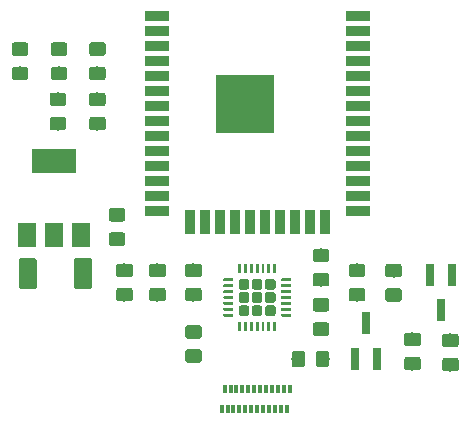
<source format=gbr>
G04 #@! TF.GenerationSoftware,KiCad,Pcbnew,5.1.4-e60b266~84~ubuntu19.04.1*
G04 #@! TF.CreationDate,2020-02-27T18:00:07+11:00*
G04 #@! TF.ProjectId,esp32_saab_devboard,65737033-325f-4736-9161-625f64657662,rev?*
G04 #@! TF.SameCoordinates,Original*
G04 #@! TF.FileFunction,Paste,Top*
G04 #@! TF.FilePolarity,Positive*
%FSLAX46Y46*%
G04 Gerber Fmt 4.6, Leading zero omitted, Abs format (unit mm)*
G04 Created by KiCad (PCBNEW 5.1.4-e60b266~84~ubuntu19.04.1) date 2020-02-27 18:00:07*
%MOMM*%
%LPD*%
G04 APERTURE LIST*
%ADD10C,0.100000*%
%ADD11C,1.525000*%
%ADD12C,1.150000*%
%ADD13R,0.300000X0.700000*%
%ADD14R,5.000000X5.000000*%
%ADD15R,2.000000X0.900000*%
%ADD16R,0.900000X2.000000*%
%ADD17C,0.900000*%
%ADD18C,0.250000*%
%ADD19R,3.800000X2.000000*%
%ADD20R,1.500000X2.000000*%
%ADD21R,0.800000X1.900000*%
G04 APERTURE END LIST*
D10*
G36*
X176115505Y-100152204D02*
G01*
X176139773Y-100155804D01*
X176163572Y-100161765D01*
X176186671Y-100170030D01*
X176208850Y-100180520D01*
X176229893Y-100193132D01*
X176249599Y-100207747D01*
X176267777Y-100224223D01*
X176284253Y-100242401D01*
X176298868Y-100262107D01*
X176311480Y-100283150D01*
X176321970Y-100305329D01*
X176330235Y-100328428D01*
X176336196Y-100352227D01*
X176339796Y-100376495D01*
X176341000Y-100400999D01*
X176341000Y-102551001D01*
X176339796Y-102575505D01*
X176336196Y-102599773D01*
X176330235Y-102623572D01*
X176321970Y-102646671D01*
X176311480Y-102668850D01*
X176298868Y-102689893D01*
X176284253Y-102709599D01*
X176267777Y-102727777D01*
X176249599Y-102744253D01*
X176229893Y-102758868D01*
X176208850Y-102771480D01*
X176186671Y-102781970D01*
X176163572Y-102790235D01*
X176139773Y-102796196D01*
X176115505Y-102799796D01*
X176091001Y-102801000D01*
X175065999Y-102801000D01*
X175041495Y-102799796D01*
X175017227Y-102796196D01*
X174993428Y-102790235D01*
X174970329Y-102781970D01*
X174948150Y-102771480D01*
X174927107Y-102758868D01*
X174907401Y-102744253D01*
X174889223Y-102727777D01*
X174872747Y-102709599D01*
X174858132Y-102689893D01*
X174845520Y-102668850D01*
X174835030Y-102646671D01*
X174826765Y-102623572D01*
X174820804Y-102599773D01*
X174817204Y-102575505D01*
X174816000Y-102551001D01*
X174816000Y-100400999D01*
X174817204Y-100376495D01*
X174820804Y-100352227D01*
X174826765Y-100328428D01*
X174835030Y-100305329D01*
X174845520Y-100283150D01*
X174858132Y-100262107D01*
X174872747Y-100242401D01*
X174889223Y-100224223D01*
X174907401Y-100207747D01*
X174927107Y-100193132D01*
X174948150Y-100180520D01*
X174970329Y-100170030D01*
X174993428Y-100161765D01*
X175017227Y-100155804D01*
X175041495Y-100152204D01*
X175065999Y-100151000D01*
X176091001Y-100151000D01*
X176115505Y-100152204D01*
X176115505Y-100152204D01*
G37*
D11*
X175578500Y-101476000D03*
D10*
G36*
X180790505Y-100152204D02*
G01*
X180814773Y-100155804D01*
X180838572Y-100161765D01*
X180861671Y-100170030D01*
X180883850Y-100180520D01*
X180904893Y-100193132D01*
X180924599Y-100207747D01*
X180942777Y-100224223D01*
X180959253Y-100242401D01*
X180973868Y-100262107D01*
X180986480Y-100283150D01*
X180996970Y-100305329D01*
X181005235Y-100328428D01*
X181011196Y-100352227D01*
X181014796Y-100376495D01*
X181016000Y-100400999D01*
X181016000Y-102551001D01*
X181014796Y-102575505D01*
X181011196Y-102599773D01*
X181005235Y-102623572D01*
X180996970Y-102646671D01*
X180986480Y-102668850D01*
X180973868Y-102689893D01*
X180959253Y-102709599D01*
X180942777Y-102727777D01*
X180924599Y-102744253D01*
X180904893Y-102758868D01*
X180883850Y-102771480D01*
X180861671Y-102781970D01*
X180838572Y-102790235D01*
X180814773Y-102796196D01*
X180790505Y-102799796D01*
X180766001Y-102801000D01*
X179740999Y-102801000D01*
X179716495Y-102799796D01*
X179692227Y-102796196D01*
X179668428Y-102790235D01*
X179645329Y-102781970D01*
X179623150Y-102771480D01*
X179602107Y-102758868D01*
X179582401Y-102744253D01*
X179564223Y-102727777D01*
X179547747Y-102709599D01*
X179533132Y-102689893D01*
X179520520Y-102668850D01*
X179510030Y-102646671D01*
X179501765Y-102623572D01*
X179495804Y-102599773D01*
X179492204Y-102575505D01*
X179491000Y-102551001D01*
X179491000Y-100400999D01*
X179492204Y-100376495D01*
X179495804Y-100352227D01*
X179501765Y-100328428D01*
X179510030Y-100305329D01*
X179520520Y-100283150D01*
X179533132Y-100262107D01*
X179547747Y-100242401D01*
X179564223Y-100224223D01*
X179582401Y-100207747D01*
X179602107Y-100193132D01*
X179623150Y-100180520D01*
X179645329Y-100170030D01*
X179668428Y-100161765D01*
X179692227Y-100155804D01*
X179716495Y-100152204D01*
X179740999Y-100151000D01*
X180766001Y-100151000D01*
X180790505Y-100152204D01*
X180790505Y-100152204D01*
G37*
D11*
X180253500Y-101476000D03*
D10*
G36*
X200891505Y-108013204D02*
G01*
X200915773Y-108016804D01*
X200939572Y-108022765D01*
X200962671Y-108031030D01*
X200984850Y-108041520D01*
X201005893Y-108054132D01*
X201025599Y-108068747D01*
X201043777Y-108085223D01*
X201060253Y-108103401D01*
X201074868Y-108123107D01*
X201087480Y-108144150D01*
X201097970Y-108166329D01*
X201106235Y-108189428D01*
X201112196Y-108213227D01*
X201115796Y-108237495D01*
X201117000Y-108261999D01*
X201117000Y-109162001D01*
X201115796Y-109186505D01*
X201112196Y-109210773D01*
X201106235Y-109234572D01*
X201097970Y-109257671D01*
X201087480Y-109279850D01*
X201074868Y-109300893D01*
X201060253Y-109320599D01*
X201043777Y-109338777D01*
X201025599Y-109355253D01*
X201005893Y-109369868D01*
X200984850Y-109382480D01*
X200962671Y-109392970D01*
X200939572Y-109401235D01*
X200915773Y-109407196D01*
X200891505Y-109410796D01*
X200867001Y-109412000D01*
X200216999Y-109412000D01*
X200192495Y-109410796D01*
X200168227Y-109407196D01*
X200144428Y-109401235D01*
X200121329Y-109392970D01*
X200099150Y-109382480D01*
X200078107Y-109369868D01*
X200058401Y-109355253D01*
X200040223Y-109338777D01*
X200023747Y-109320599D01*
X200009132Y-109300893D01*
X199996520Y-109279850D01*
X199986030Y-109257671D01*
X199977765Y-109234572D01*
X199971804Y-109210773D01*
X199968204Y-109186505D01*
X199967000Y-109162001D01*
X199967000Y-108261999D01*
X199968204Y-108237495D01*
X199971804Y-108213227D01*
X199977765Y-108189428D01*
X199986030Y-108166329D01*
X199996520Y-108144150D01*
X200009132Y-108123107D01*
X200023747Y-108103401D01*
X200040223Y-108085223D01*
X200058401Y-108068747D01*
X200078107Y-108054132D01*
X200099150Y-108041520D01*
X200121329Y-108031030D01*
X200144428Y-108022765D01*
X200168227Y-108016804D01*
X200192495Y-108013204D01*
X200216999Y-108012000D01*
X200867001Y-108012000D01*
X200891505Y-108013204D01*
X200891505Y-108013204D01*
G37*
D12*
X200542000Y-108712000D03*
D10*
G36*
X198841505Y-108013204D02*
G01*
X198865773Y-108016804D01*
X198889572Y-108022765D01*
X198912671Y-108031030D01*
X198934850Y-108041520D01*
X198955893Y-108054132D01*
X198975599Y-108068747D01*
X198993777Y-108085223D01*
X199010253Y-108103401D01*
X199024868Y-108123107D01*
X199037480Y-108144150D01*
X199047970Y-108166329D01*
X199056235Y-108189428D01*
X199062196Y-108213227D01*
X199065796Y-108237495D01*
X199067000Y-108261999D01*
X199067000Y-109162001D01*
X199065796Y-109186505D01*
X199062196Y-109210773D01*
X199056235Y-109234572D01*
X199047970Y-109257671D01*
X199037480Y-109279850D01*
X199024868Y-109300893D01*
X199010253Y-109320599D01*
X198993777Y-109338777D01*
X198975599Y-109355253D01*
X198955893Y-109369868D01*
X198934850Y-109382480D01*
X198912671Y-109392970D01*
X198889572Y-109401235D01*
X198865773Y-109407196D01*
X198841505Y-109410796D01*
X198817001Y-109412000D01*
X198166999Y-109412000D01*
X198142495Y-109410796D01*
X198118227Y-109407196D01*
X198094428Y-109401235D01*
X198071329Y-109392970D01*
X198049150Y-109382480D01*
X198028107Y-109369868D01*
X198008401Y-109355253D01*
X197990223Y-109338777D01*
X197973747Y-109320599D01*
X197959132Y-109300893D01*
X197946520Y-109279850D01*
X197936030Y-109257671D01*
X197927765Y-109234572D01*
X197921804Y-109210773D01*
X197918204Y-109186505D01*
X197917000Y-109162001D01*
X197917000Y-108261999D01*
X197918204Y-108237495D01*
X197921804Y-108213227D01*
X197927765Y-108189428D01*
X197936030Y-108166329D01*
X197946520Y-108144150D01*
X197959132Y-108123107D01*
X197973747Y-108103401D01*
X197990223Y-108085223D01*
X198008401Y-108068747D01*
X198028107Y-108054132D01*
X198049150Y-108041520D01*
X198071329Y-108031030D01*
X198094428Y-108022765D01*
X198118227Y-108016804D01*
X198142495Y-108013204D01*
X198166999Y-108012000D01*
X198817001Y-108012000D01*
X198841505Y-108013204D01*
X198841505Y-108013204D01*
G37*
D12*
X198492000Y-108712000D03*
D13*
X192250000Y-111230000D03*
X192750000Y-111230000D03*
X193250000Y-111230000D03*
X193750000Y-111230000D03*
X194250000Y-111230000D03*
X194750000Y-111230000D03*
X195250000Y-111230000D03*
X197750000Y-111230000D03*
X196750000Y-111230000D03*
X196250000Y-111230000D03*
X195750000Y-111230000D03*
X197250000Y-111230000D03*
X197500000Y-112930000D03*
X197000000Y-112930000D03*
X196500000Y-112930000D03*
X196000000Y-112930000D03*
X195500000Y-112930000D03*
X195000000Y-112930000D03*
X194500000Y-112930000D03*
X194000000Y-112930000D03*
X193500000Y-112930000D03*
X193000000Y-112930000D03*
X192500000Y-112930000D03*
X192000000Y-112930000D03*
D10*
G36*
X183608505Y-95937204D02*
G01*
X183632773Y-95940804D01*
X183656572Y-95946765D01*
X183679671Y-95955030D01*
X183701850Y-95965520D01*
X183722893Y-95978132D01*
X183742599Y-95992747D01*
X183760777Y-96009223D01*
X183777253Y-96027401D01*
X183791868Y-96047107D01*
X183804480Y-96068150D01*
X183814970Y-96090329D01*
X183823235Y-96113428D01*
X183829196Y-96137227D01*
X183832796Y-96161495D01*
X183834000Y-96185999D01*
X183834000Y-96836001D01*
X183832796Y-96860505D01*
X183829196Y-96884773D01*
X183823235Y-96908572D01*
X183814970Y-96931671D01*
X183804480Y-96953850D01*
X183791868Y-96974893D01*
X183777253Y-96994599D01*
X183760777Y-97012777D01*
X183742599Y-97029253D01*
X183722893Y-97043868D01*
X183701850Y-97056480D01*
X183679671Y-97066970D01*
X183656572Y-97075235D01*
X183632773Y-97081196D01*
X183608505Y-97084796D01*
X183584001Y-97086000D01*
X182683999Y-97086000D01*
X182659495Y-97084796D01*
X182635227Y-97081196D01*
X182611428Y-97075235D01*
X182588329Y-97066970D01*
X182566150Y-97056480D01*
X182545107Y-97043868D01*
X182525401Y-97029253D01*
X182507223Y-97012777D01*
X182490747Y-96994599D01*
X182476132Y-96974893D01*
X182463520Y-96953850D01*
X182453030Y-96931671D01*
X182444765Y-96908572D01*
X182438804Y-96884773D01*
X182435204Y-96860505D01*
X182434000Y-96836001D01*
X182434000Y-96185999D01*
X182435204Y-96161495D01*
X182438804Y-96137227D01*
X182444765Y-96113428D01*
X182453030Y-96090329D01*
X182463520Y-96068150D01*
X182476132Y-96047107D01*
X182490747Y-96027401D01*
X182507223Y-96009223D01*
X182525401Y-95992747D01*
X182545107Y-95978132D01*
X182566150Y-95965520D01*
X182588329Y-95955030D01*
X182611428Y-95946765D01*
X182635227Y-95940804D01*
X182659495Y-95937204D01*
X182683999Y-95936000D01*
X183584001Y-95936000D01*
X183608505Y-95937204D01*
X183608505Y-95937204D01*
G37*
D12*
X183134000Y-96511000D03*
D10*
G36*
X183608505Y-97987204D02*
G01*
X183632773Y-97990804D01*
X183656572Y-97996765D01*
X183679671Y-98005030D01*
X183701850Y-98015520D01*
X183722893Y-98028132D01*
X183742599Y-98042747D01*
X183760777Y-98059223D01*
X183777253Y-98077401D01*
X183791868Y-98097107D01*
X183804480Y-98118150D01*
X183814970Y-98140329D01*
X183823235Y-98163428D01*
X183829196Y-98187227D01*
X183832796Y-98211495D01*
X183834000Y-98235999D01*
X183834000Y-98886001D01*
X183832796Y-98910505D01*
X183829196Y-98934773D01*
X183823235Y-98958572D01*
X183814970Y-98981671D01*
X183804480Y-99003850D01*
X183791868Y-99024893D01*
X183777253Y-99044599D01*
X183760777Y-99062777D01*
X183742599Y-99079253D01*
X183722893Y-99093868D01*
X183701850Y-99106480D01*
X183679671Y-99116970D01*
X183656572Y-99125235D01*
X183632773Y-99131196D01*
X183608505Y-99134796D01*
X183584001Y-99136000D01*
X182683999Y-99136000D01*
X182659495Y-99134796D01*
X182635227Y-99131196D01*
X182611428Y-99125235D01*
X182588329Y-99116970D01*
X182566150Y-99106480D01*
X182545107Y-99093868D01*
X182525401Y-99079253D01*
X182507223Y-99062777D01*
X182490747Y-99044599D01*
X182476132Y-99024893D01*
X182463520Y-99003850D01*
X182453030Y-98981671D01*
X182444765Y-98958572D01*
X182438804Y-98934773D01*
X182435204Y-98910505D01*
X182434000Y-98886001D01*
X182434000Y-98235999D01*
X182435204Y-98211495D01*
X182438804Y-98187227D01*
X182444765Y-98163428D01*
X182453030Y-98140329D01*
X182463520Y-98118150D01*
X182476132Y-98097107D01*
X182490747Y-98077401D01*
X182507223Y-98059223D01*
X182525401Y-98042747D01*
X182545107Y-98028132D01*
X182566150Y-98015520D01*
X182588329Y-98005030D01*
X182611428Y-97996765D01*
X182635227Y-97990804D01*
X182659495Y-97987204D01*
X182683999Y-97986000D01*
X183584001Y-97986000D01*
X183608505Y-97987204D01*
X183608505Y-97987204D01*
G37*
D12*
X183134000Y-98561000D03*
D14*
X194000000Y-87145000D03*
D15*
X186500000Y-79645000D03*
X186500000Y-80915000D03*
X186500000Y-82185000D03*
X186500000Y-83455000D03*
X186500000Y-84725000D03*
X186500000Y-85995000D03*
X186500000Y-87265000D03*
X186500000Y-88535000D03*
X186500000Y-89805000D03*
X186500000Y-91075000D03*
X186500000Y-92345000D03*
X186500000Y-93615000D03*
X186500000Y-94885000D03*
X186500000Y-96155000D03*
D16*
X189285000Y-97155000D03*
X190555000Y-97155000D03*
X191825000Y-97155000D03*
X193095000Y-97155000D03*
X194365000Y-97155000D03*
X195635000Y-97155000D03*
X196905000Y-97155000D03*
X198175000Y-97155000D03*
X199445000Y-97155000D03*
X200715000Y-97155000D03*
D15*
X203500000Y-96155000D03*
X203500000Y-94885000D03*
X203500000Y-93615000D03*
X203500000Y-92345000D03*
X203500000Y-91075000D03*
X203500000Y-89805000D03*
X203500000Y-88535000D03*
X203500000Y-87265000D03*
X203500000Y-85995000D03*
X203500000Y-84725000D03*
X203500000Y-83455000D03*
X203500000Y-82185000D03*
X203500000Y-80915000D03*
X203500000Y-79645000D03*
D10*
G36*
X194127054Y-101936083D02*
G01*
X194148895Y-101939323D01*
X194170314Y-101944688D01*
X194191104Y-101952127D01*
X194211064Y-101961568D01*
X194230003Y-101972919D01*
X194247738Y-101986073D01*
X194264099Y-102000901D01*
X194278927Y-102017262D01*
X194292081Y-102034997D01*
X194303432Y-102053936D01*
X194312873Y-102073896D01*
X194320312Y-102094686D01*
X194325677Y-102116105D01*
X194328917Y-102137946D01*
X194330000Y-102160000D01*
X194330000Y-102610000D01*
X194328917Y-102632054D01*
X194325677Y-102653895D01*
X194320312Y-102675314D01*
X194312873Y-102696104D01*
X194303432Y-102716064D01*
X194292081Y-102735003D01*
X194278927Y-102752738D01*
X194264099Y-102769099D01*
X194247738Y-102783927D01*
X194230003Y-102797081D01*
X194211064Y-102808432D01*
X194191104Y-102817873D01*
X194170314Y-102825312D01*
X194148895Y-102830677D01*
X194127054Y-102833917D01*
X194105000Y-102835000D01*
X193655000Y-102835000D01*
X193632946Y-102833917D01*
X193611105Y-102830677D01*
X193589686Y-102825312D01*
X193568896Y-102817873D01*
X193548936Y-102808432D01*
X193529997Y-102797081D01*
X193512262Y-102783927D01*
X193495901Y-102769099D01*
X193481073Y-102752738D01*
X193467919Y-102735003D01*
X193456568Y-102716064D01*
X193447127Y-102696104D01*
X193439688Y-102675314D01*
X193434323Y-102653895D01*
X193431083Y-102632054D01*
X193430000Y-102610000D01*
X193430000Y-102160000D01*
X193431083Y-102137946D01*
X193434323Y-102116105D01*
X193439688Y-102094686D01*
X193447127Y-102073896D01*
X193456568Y-102053936D01*
X193467919Y-102034997D01*
X193481073Y-102017262D01*
X193495901Y-102000901D01*
X193512262Y-101986073D01*
X193529997Y-101972919D01*
X193548936Y-101961568D01*
X193568896Y-101952127D01*
X193589686Y-101944688D01*
X193611105Y-101939323D01*
X193632946Y-101936083D01*
X193655000Y-101935000D01*
X194105000Y-101935000D01*
X194127054Y-101936083D01*
X194127054Y-101936083D01*
G37*
D17*
X193880000Y-102385000D03*
D10*
G36*
X194127054Y-103056083D02*
G01*
X194148895Y-103059323D01*
X194170314Y-103064688D01*
X194191104Y-103072127D01*
X194211064Y-103081568D01*
X194230003Y-103092919D01*
X194247738Y-103106073D01*
X194264099Y-103120901D01*
X194278927Y-103137262D01*
X194292081Y-103154997D01*
X194303432Y-103173936D01*
X194312873Y-103193896D01*
X194320312Y-103214686D01*
X194325677Y-103236105D01*
X194328917Y-103257946D01*
X194330000Y-103280000D01*
X194330000Y-103730000D01*
X194328917Y-103752054D01*
X194325677Y-103773895D01*
X194320312Y-103795314D01*
X194312873Y-103816104D01*
X194303432Y-103836064D01*
X194292081Y-103855003D01*
X194278927Y-103872738D01*
X194264099Y-103889099D01*
X194247738Y-103903927D01*
X194230003Y-103917081D01*
X194211064Y-103928432D01*
X194191104Y-103937873D01*
X194170314Y-103945312D01*
X194148895Y-103950677D01*
X194127054Y-103953917D01*
X194105000Y-103955000D01*
X193655000Y-103955000D01*
X193632946Y-103953917D01*
X193611105Y-103950677D01*
X193589686Y-103945312D01*
X193568896Y-103937873D01*
X193548936Y-103928432D01*
X193529997Y-103917081D01*
X193512262Y-103903927D01*
X193495901Y-103889099D01*
X193481073Y-103872738D01*
X193467919Y-103855003D01*
X193456568Y-103836064D01*
X193447127Y-103816104D01*
X193439688Y-103795314D01*
X193434323Y-103773895D01*
X193431083Y-103752054D01*
X193430000Y-103730000D01*
X193430000Y-103280000D01*
X193431083Y-103257946D01*
X193434323Y-103236105D01*
X193439688Y-103214686D01*
X193447127Y-103193896D01*
X193456568Y-103173936D01*
X193467919Y-103154997D01*
X193481073Y-103137262D01*
X193495901Y-103120901D01*
X193512262Y-103106073D01*
X193529997Y-103092919D01*
X193548936Y-103081568D01*
X193568896Y-103072127D01*
X193589686Y-103064688D01*
X193611105Y-103059323D01*
X193632946Y-103056083D01*
X193655000Y-103055000D01*
X194105000Y-103055000D01*
X194127054Y-103056083D01*
X194127054Y-103056083D01*
G37*
D17*
X193880000Y-103505000D03*
D10*
G36*
X194127054Y-104176083D02*
G01*
X194148895Y-104179323D01*
X194170314Y-104184688D01*
X194191104Y-104192127D01*
X194211064Y-104201568D01*
X194230003Y-104212919D01*
X194247738Y-104226073D01*
X194264099Y-104240901D01*
X194278927Y-104257262D01*
X194292081Y-104274997D01*
X194303432Y-104293936D01*
X194312873Y-104313896D01*
X194320312Y-104334686D01*
X194325677Y-104356105D01*
X194328917Y-104377946D01*
X194330000Y-104400000D01*
X194330000Y-104850000D01*
X194328917Y-104872054D01*
X194325677Y-104893895D01*
X194320312Y-104915314D01*
X194312873Y-104936104D01*
X194303432Y-104956064D01*
X194292081Y-104975003D01*
X194278927Y-104992738D01*
X194264099Y-105009099D01*
X194247738Y-105023927D01*
X194230003Y-105037081D01*
X194211064Y-105048432D01*
X194191104Y-105057873D01*
X194170314Y-105065312D01*
X194148895Y-105070677D01*
X194127054Y-105073917D01*
X194105000Y-105075000D01*
X193655000Y-105075000D01*
X193632946Y-105073917D01*
X193611105Y-105070677D01*
X193589686Y-105065312D01*
X193568896Y-105057873D01*
X193548936Y-105048432D01*
X193529997Y-105037081D01*
X193512262Y-105023927D01*
X193495901Y-105009099D01*
X193481073Y-104992738D01*
X193467919Y-104975003D01*
X193456568Y-104956064D01*
X193447127Y-104936104D01*
X193439688Y-104915314D01*
X193434323Y-104893895D01*
X193431083Y-104872054D01*
X193430000Y-104850000D01*
X193430000Y-104400000D01*
X193431083Y-104377946D01*
X193434323Y-104356105D01*
X193439688Y-104334686D01*
X193447127Y-104313896D01*
X193456568Y-104293936D01*
X193467919Y-104274997D01*
X193481073Y-104257262D01*
X193495901Y-104240901D01*
X193512262Y-104226073D01*
X193529997Y-104212919D01*
X193548936Y-104201568D01*
X193568896Y-104192127D01*
X193589686Y-104184688D01*
X193611105Y-104179323D01*
X193632946Y-104176083D01*
X193655000Y-104175000D01*
X194105000Y-104175000D01*
X194127054Y-104176083D01*
X194127054Y-104176083D01*
G37*
D17*
X193880000Y-104625000D03*
D10*
G36*
X195247054Y-101936083D02*
G01*
X195268895Y-101939323D01*
X195290314Y-101944688D01*
X195311104Y-101952127D01*
X195331064Y-101961568D01*
X195350003Y-101972919D01*
X195367738Y-101986073D01*
X195384099Y-102000901D01*
X195398927Y-102017262D01*
X195412081Y-102034997D01*
X195423432Y-102053936D01*
X195432873Y-102073896D01*
X195440312Y-102094686D01*
X195445677Y-102116105D01*
X195448917Y-102137946D01*
X195450000Y-102160000D01*
X195450000Y-102610000D01*
X195448917Y-102632054D01*
X195445677Y-102653895D01*
X195440312Y-102675314D01*
X195432873Y-102696104D01*
X195423432Y-102716064D01*
X195412081Y-102735003D01*
X195398927Y-102752738D01*
X195384099Y-102769099D01*
X195367738Y-102783927D01*
X195350003Y-102797081D01*
X195331064Y-102808432D01*
X195311104Y-102817873D01*
X195290314Y-102825312D01*
X195268895Y-102830677D01*
X195247054Y-102833917D01*
X195225000Y-102835000D01*
X194775000Y-102835000D01*
X194752946Y-102833917D01*
X194731105Y-102830677D01*
X194709686Y-102825312D01*
X194688896Y-102817873D01*
X194668936Y-102808432D01*
X194649997Y-102797081D01*
X194632262Y-102783927D01*
X194615901Y-102769099D01*
X194601073Y-102752738D01*
X194587919Y-102735003D01*
X194576568Y-102716064D01*
X194567127Y-102696104D01*
X194559688Y-102675314D01*
X194554323Y-102653895D01*
X194551083Y-102632054D01*
X194550000Y-102610000D01*
X194550000Y-102160000D01*
X194551083Y-102137946D01*
X194554323Y-102116105D01*
X194559688Y-102094686D01*
X194567127Y-102073896D01*
X194576568Y-102053936D01*
X194587919Y-102034997D01*
X194601073Y-102017262D01*
X194615901Y-102000901D01*
X194632262Y-101986073D01*
X194649997Y-101972919D01*
X194668936Y-101961568D01*
X194688896Y-101952127D01*
X194709686Y-101944688D01*
X194731105Y-101939323D01*
X194752946Y-101936083D01*
X194775000Y-101935000D01*
X195225000Y-101935000D01*
X195247054Y-101936083D01*
X195247054Y-101936083D01*
G37*
D17*
X195000000Y-102385000D03*
D10*
G36*
X195247054Y-103056083D02*
G01*
X195268895Y-103059323D01*
X195290314Y-103064688D01*
X195311104Y-103072127D01*
X195331064Y-103081568D01*
X195350003Y-103092919D01*
X195367738Y-103106073D01*
X195384099Y-103120901D01*
X195398927Y-103137262D01*
X195412081Y-103154997D01*
X195423432Y-103173936D01*
X195432873Y-103193896D01*
X195440312Y-103214686D01*
X195445677Y-103236105D01*
X195448917Y-103257946D01*
X195450000Y-103280000D01*
X195450000Y-103730000D01*
X195448917Y-103752054D01*
X195445677Y-103773895D01*
X195440312Y-103795314D01*
X195432873Y-103816104D01*
X195423432Y-103836064D01*
X195412081Y-103855003D01*
X195398927Y-103872738D01*
X195384099Y-103889099D01*
X195367738Y-103903927D01*
X195350003Y-103917081D01*
X195331064Y-103928432D01*
X195311104Y-103937873D01*
X195290314Y-103945312D01*
X195268895Y-103950677D01*
X195247054Y-103953917D01*
X195225000Y-103955000D01*
X194775000Y-103955000D01*
X194752946Y-103953917D01*
X194731105Y-103950677D01*
X194709686Y-103945312D01*
X194688896Y-103937873D01*
X194668936Y-103928432D01*
X194649997Y-103917081D01*
X194632262Y-103903927D01*
X194615901Y-103889099D01*
X194601073Y-103872738D01*
X194587919Y-103855003D01*
X194576568Y-103836064D01*
X194567127Y-103816104D01*
X194559688Y-103795314D01*
X194554323Y-103773895D01*
X194551083Y-103752054D01*
X194550000Y-103730000D01*
X194550000Y-103280000D01*
X194551083Y-103257946D01*
X194554323Y-103236105D01*
X194559688Y-103214686D01*
X194567127Y-103193896D01*
X194576568Y-103173936D01*
X194587919Y-103154997D01*
X194601073Y-103137262D01*
X194615901Y-103120901D01*
X194632262Y-103106073D01*
X194649997Y-103092919D01*
X194668936Y-103081568D01*
X194688896Y-103072127D01*
X194709686Y-103064688D01*
X194731105Y-103059323D01*
X194752946Y-103056083D01*
X194775000Y-103055000D01*
X195225000Y-103055000D01*
X195247054Y-103056083D01*
X195247054Y-103056083D01*
G37*
D17*
X195000000Y-103505000D03*
D10*
G36*
X195247054Y-104176083D02*
G01*
X195268895Y-104179323D01*
X195290314Y-104184688D01*
X195311104Y-104192127D01*
X195331064Y-104201568D01*
X195350003Y-104212919D01*
X195367738Y-104226073D01*
X195384099Y-104240901D01*
X195398927Y-104257262D01*
X195412081Y-104274997D01*
X195423432Y-104293936D01*
X195432873Y-104313896D01*
X195440312Y-104334686D01*
X195445677Y-104356105D01*
X195448917Y-104377946D01*
X195450000Y-104400000D01*
X195450000Y-104850000D01*
X195448917Y-104872054D01*
X195445677Y-104893895D01*
X195440312Y-104915314D01*
X195432873Y-104936104D01*
X195423432Y-104956064D01*
X195412081Y-104975003D01*
X195398927Y-104992738D01*
X195384099Y-105009099D01*
X195367738Y-105023927D01*
X195350003Y-105037081D01*
X195331064Y-105048432D01*
X195311104Y-105057873D01*
X195290314Y-105065312D01*
X195268895Y-105070677D01*
X195247054Y-105073917D01*
X195225000Y-105075000D01*
X194775000Y-105075000D01*
X194752946Y-105073917D01*
X194731105Y-105070677D01*
X194709686Y-105065312D01*
X194688896Y-105057873D01*
X194668936Y-105048432D01*
X194649997Y-105037081D01*
X194632262Y-105023927D01*
X194615901Y-105009099D01*
X194601073Y-104992738D01*
X194587919Y-104975003D01*
X194576568Y-104956064D01*
X194567127Y-104936104D01*
X194559688Y-104915314D01*
X194554323Y-104893895D01*
X194551083Y-104872054D01*
X194550000Y-104850000D01*
X194550000Y-104400000D01*
X194551083Y-104377946D01*
X194554323Y-104356105D01*
X194559688Y-104334686D01*
X194567127Y-104313896D01*
X194576568Y-104293936D01*
X194587919Y-104274997D01*
X194601073Y-104257262D01*
X194615901Y-104240901D01*
X194632262Y-104226073D01*
X194649997Y-104212919D01*
X194668936Y-104201568D01*
X194688896Y-104192127D01*
X194709686Y-104184688D01*
X194731105Y-104179323D01*
X194752946Y-104176083D01*
X194775000Y-104175000D01*
X195225000Y-104175000D01*
X195247054Y-104176083D01*
X195247054Y-104176083D01*
G37*
D17*
X195000000Y-104625000D03*
D10*
G36*
X196367054Y-101936083D02*
G01*
X196388895Y-101939323D01*
X196410314Y-101944688D01*
X196431104Y-101952127D01*
X196451064Y-101961568D01*
X196470003Y-101972919D01*
X196487738Y-101986073D01*
X196504099Y-102000901D01*
X196518927Y-102017262D01*
X196532081Y-102034997D01*
X196543432Y-102053936D01*
X196552873Y-102073896D01*
X196560312Y-102094686D01*
X196565677Y-102116105D01*
X196568917Y-102137946D01*
X196570000Y-102160000D01*
X196570000Y-102610000D01*
X196568917Y-102632054D01*
X196565677Y-102653895D01*
X196560312Y-102675314D01*
X196552873Y-102696104D01*
X196543432Y-102716064D01*
X196532081Y-102735003D01*
X196518927Y-102752738D01*
X196504099Y-102769099D01*
X196487738Y-102783927D01*
X196470003Y-102797081D01*
X196451064Y-102808432D01*
X196431104Y-102817873D01*
X196410314Y-102825312D01*
X196388895Y-102830677D01*
X196367054Y-102833917D01*
X196345000Y-102835000D01*
X195895000Y-102835000D01*
X195872946Y-102833917D01*
X195851105Y-102830677D01*
X195829686Y-102825312D01*
X195808896Y-102817873D01*
X195788936Y-102808432D01*
X195769997Y-102797081D01*
X195752262Y-102783927D01*
X195735901Y-102769099D01*
X195721073Y-102752738D01*
X195707919Y-102735003D01*
X195696568Y-102716064D01*
X195687127Y-102696104D01*
X195679688Y-102675314D01*
X195674323Y-102653895D01*
X195671083Y-102632054D01*
X195670000Y-102610000D01*
X195670000Y-102160000D01*
X195671083Y-102137946D01*
X195674323Y-102116105D01*
X195679688Y-102094686D01*
X195687127Y-102073896D01*
X195696568Y-102053936D01*
X195707919Y-102034997D01*
X195721073Y-102017262D01*
X195735901Y-102000901D01*
X195752262Y-101986073D01*
X195769997Y-101972919D01*
X195788936Y-101961568D01*
X195808896Y-101952127D01*
X195829686Y-101944688D01*
X195851105Y-101939323D01*
X195872946Y-101936083D01*
X195895000Y-101935000D01*
X196345000Y-101935000D01*
X196367054Y-101936083D01*
X196367054Y-101936083D01*
G37*
D17*
X196120000Y-102385000D03*
D10*
G36*
X196367054Y-103056083D02*
G01*
X196388895Y-103059323D01*
X196410314Y-103064688D01*
X196431104Y-103072127D01*
X196451064Y-103081568D01*
X196470003Y-103092919D01*
X196487738Y-103106073D01*
X196504099Y-103120901D01*
X196518927Y-103137262D01*
X196532081Y-103154997D01*
X196543432Y-103173936D01*
X196552873Y-103193896D01*
X196560312Y-103214686D01*
X196565677Y-103236105D01*
X196568917Y-103257946D01*
X196570000Y-103280000D01*
X196570000Y-103730000D01*
X196568917Y-103752054D01*
X196565677Y-103773895D01*
X196560312Y-103795314D01*
X196552873Y-103816104D01*
X196543432Y-103836064D01*
X196532081Y-103855003D01*
X196518927Y-103872738D01*
X196504099Y-103889099D01*
X196487738Y-103903927D01*
X196470003Y-103917081D01*
X196451064Y-103928432D01*
X196431104Y-103937873D01*
X196410314Y-103945312D01*
X196388895Y-103950677D01*
X196367054Y-103953917D01*
X196345000Y-103955000D01*
X195895000Y-103955000D01*
X195872946Y-103953917D01*
X195851105Y-103950677D01*
X195829686Y-103945312D01*
X195808896Y-103937873D01*
X195788936Y-103928432D01*
X195769997Y-103917081D01*
X195752262Y-103903927D01*
X195735901Y-103889099D01*
X195721073Y-103872738D01*
X195707919Y-103855003D01*
X195696568Y-103836064D01*
X195687127Y-103816104D01*
X195679688Y-103795314D01*
X195674323Y-103773895D01*
X195671083Y-103752054D01*
X195670000Y-103730000D01*
X195670000Y-103280000D01*
X195671083Y-103257946D01*
X195674323Y-103236105D01*
X195679688Y-103214686D01*
X195687127Y-103193896D01*
X195696568Y-103173936D01*
X195707919Y-103154997D01*
X195721073Y-103137262D01*
X195735901Y-103120901D01*
X195752262Y-103106073D01*
X195769997Y-103092919D01*
X195788936Y-103081568D01*
X195808896Y-103072127D01*
X195829686Y-103064688D01*
X195851105Y-103059323D01*
X195872946Y-103056083D01*
X195895000Y-103055000D01*
X196345000Y-103055000D01*
X196367054Y-103056083D01*
X196367054Y-103056083D01*
G37*
D17*
X196120000Y-103505000D03*
D10*
G36*
X196367054Y-104176083D02*
G01*
X196388895Y-104179323D01*
X196410314Y-104184688D01*
X196431104Y-104192127D01*
X196451064Y-104201568D01*
X196470003Y-104212919D01*
X196487738Y-104226073D01*
X196504099Y-104240901D01*
X196518927Y-104257262D01*
X196532081Y-104274997D01*
X196543432Y-104293936D01*
X196552873Y-104313896D01*
X196560312Y-104334686D01*
X196565677Y-104356105D01*
X196568917Y-104377946D01*
X196570000Y-104400000D01*
X196570000Y-104850000D01*
X196568917Y-104872054D01*
X196565677Y-104893895D01*
X196560312Y-104915314D01*
X196552873Y-104936104D01*
X196543432Y-104956064D01*
X196532081Y-104975003D01*
X196518927Y-104992738D01*
X196504099Y-105009099D01*
X196487738Y-105023927D01*
X196470003Y-105037081D01*
X196451064Y-105048432D01*
X196431104Y-105057873D01*
X196410314Y-105065312D01*
X196388895Y-105070677D01*
X196367054Y-105073917D01*
X196345000Y-105075000D01*
X195895000Y-105075000D01*
X195872946Y-105073917D01*
X195851105Y-105070677D01*
X195829686Y-105065312D01*
X195808896Y-105057873D01*
X195788936Y-105048432D01*
X195769997Y-105037081D01*
X195752262Y-105023927D01*
X195735901Y-105009099D01*
X195721073Y-104992738D01*
X195707919Y-104975003D01*
X195696568Y-104956064D01*
X195687127Y-104936104D01*
X195679688Y-104915314D01*
X195674323Y-104893895D01*
X195671083Y-104872054D01*
X195670000Y-104850000D01*
X195670000Y-104400000D01*
X195671083Y-104377946D01*
X195674323Y-104356105D01*
X195679688Y-104334686D01*
X195687127Y-104313896D01*
X195696568Y-104293936D01*
X195707919Y-104274997D01*
X195721073Y-104257262D01*
X195735901Y-104240901D01*
X195752262Y-104226073D01*
X195769997Y-104212919D01*
X195788936Y-104201568D01*
X195808896Y-104192127D01*
X195829686Y-104184688D01*
X195851105Y-104179323D01*
X195872946Y-104176083D01*
X195895000Y-104175000D01*
X196345000Y-104175000D01*
X196367054Y-104176083D01*
X196367054Y-104176083D01*
G37*
D17*
X196120000Y-104625000D03*
D10*
G36*
X192893626Y-101880301D02*
G01*
X192899693Y-101881201D01*
X192905643Y-101882691D01*
X192911418Y-101884758D01*
X192916962Y-101887380D01*
X192922223Y-101890533D01*
X192927150Y-101894187D01*
X192931694Y-101898306D01*
X192935813Y-101902850D01*
X192939467Y-101907777D01*
X192942620Y-101913038D01*
X192945242Y-101918582D01*
X192947309Y-101924357D01*
X192948799Y-101930307D01*
X192949699Y-101936374D01*
X192950000Y-101942500D01*
X192950000Y-102067500D01*
X192949699Y-102073626D01*
X192948799Y-102079693D01*
X192947309Y-102085643D01*
X192945242Y-102091418D01*
X192942620Y-102096962D01*
X192939467Y-102102223D01*
X192935813Y-102107150D01*
X192931694Y-102111694D01*
X192927150Y-102115813D01*
X192922223Y-102119467D01*
X192916962Y-102122620D01*
X192911418Y-102125242D01*
X192905643Y-102127309D01*
X192899693Y-102128799D01*
X192893626Y-102129699D01*
X192887500Y-102130000D01*
X192212500Y-102130000D01*
X192206374Y-102129699D01*
X192200307Y-102128799D01*
X192194357Y-102127309D01*
X192188582Y-102125242D01*
X192183038Y-102122620D01*
X192177777Y-102119467D01*
X192172850Y-102115813D01*
X192168306Y-102111694D01*
X192164187Y-102107150D01*
X192160533Y-102102223D01*
X192157380Y-102096962D01*
X192154758Y-102091418D01*
X192152691Y-102085643D01*
X192151201Y-102079693D01*
X192150301Y-102073626D01*
X192150000Y-102067500D01*
X192150000Y-101942500D01*
X192150301Y-101936374D01*
X192151201Y-101930307D01*
X192152691Y-101924357D01*
X192154758Y-101918582D01*
X192157380Y-101913038D01*
X192160533Y-101907777D01*
X192164187Y-101902850D01*
X192168306Y-101898306D01*
X192172850Y-101894187D01*
X192177777Y-101890533D01*
X192183038Y-101887380D01*
X192188582Y-101884758D01*
X192194357Y-101882691D01*
X192200307Y-101881201D01*
X192206374Y-101880301D01*
X192212500Y-101880000D01*
X192887500Y-101880000D01*
X192893626Y-101880301D01*
X192893626Y-101880301D01*
G37*
D18*
X192550000Y-102005000D03*
D10*
G36*
X192893626Y-102380301D02*
G01*
X192899693Y-102381201D01*
X192905643Y-102382691D01*
X192911418Y-102384758D01*
X192916962Y-102387380D01*
X192922223Y-102390533D01*
X192927150Y-102394187D01*
X192931694Y-102398306D01*
X192935813Y-102402850D01*
X192939467Y-102407777D01*
X192942620Y-102413038D01*
X192945242Y-102418582D01*
X192947309Y-102424357D01*
X192948799Y-102430307D01*
X192949699Y-102436374D01*
X192950000Y-102442500D01*
X192950000Y-102567500D01*
X192949699Y-102573626D01*
X192948799Y-102579693D01*
X192947309Y-102585643D01*
X192945242Y-102591418D01*
X192942620Y-102596962D01*
X192939467Y-102602223D01*
X192935813Y-102607150D01*
X192931694Y-102611694D01*
X192927150Y-102615813D01*
X192922223Y-102619467D01*
X192916962Y-102622620D01*
X192911418Y-102625242D01*
X192905643Y-102627309D01*
X192899693Y-102628799D01*
X192893626Y-102629699D01*
X192887500Y-102630000D01*
X192212500Y-102630000D01*
X192206374Y-102629699D01*
X192200307Y-102628799D01*
X192194357Y-102627309D01*
X192188582Y-102625242D01*
X192183038Y-102622620D01*
X192177777Y-102619467D01*
X192172850Y-102615813D01*
X192168306Y-102611694D01*
X192164187Y-102607150D01*
X192160533Y-102602223D01*
X192157380Y-102596962D01*
X192154758Y-102591418D01*
X192152691Y-102585643D01*
X192151201Y-102579693D01*
X192150301Y-102573626D01*
X192150000Y-102567500D01*
X192150000Y-102442500D01*
X192150301Y-102436374D01*
X192151201Y-102430307D01*
X192152691Y-102424357D01*
X192154758Y-102418582D01*
X192157380Y-102413038D01*
X192160533Y-102407777D01*
X192164187Y-102402850D01*
X192168306Y-102398306D01*
X192172850Y-102394187D01*
X192177777Y-102390533D01*
X192183038Y-102387380D01*
X192188582Y-102384758D01*
X192194357Y-102382691D01*
X192200307Y-102381201D01*
X192206374Y-102380301D01*
X192212500Y-102380000D01*
X192887500Y-102380000D01*
X192893626Y-102380301D01*
X192893626Y-102380301D01*
G37*
D18*
X192550000Y-102505000D03*
D10*
G36*
X192893626Y-102880301D02*
G01*
X192899693Y-102881201D01*
X192905643Y-102882691D01*
X192911418Y-102884758D01*
X192916962Y-102887380D01*
X192922223Y-102890533D01*
X192927150Y-102894187D01*
X192931694Y-102898306D01*
X192935813Y-102902850D01*
X192939467Y-102907777D01*
X192942620Y-102913038D01*
X192945242Y-102918582D01*
X192947309Y-102924357D01*
X192948799Y-102930307D01*
X192949699Y-102936374D01*
X192950000Y-102942500D01*
X192950000Y-103067500D01*
X192949699Y-103073626D01*
X192948799Y-103079693D01*
X192947309Y-103085643D01*
X192945242Y-103091418D01*
X192942620Y-103096962D01*
X192939467Y-103102223D01*
X192935813Y-103107150D01*
X192931694Y-103111694D01*
X192927150Y-103115813D01*
X192922223Y-103119467D01*
X192916962Y-103122620D01*
X192911418Y-103125242D01*
X192905643Y-103127309D01*
X192899693Y-103128799D01*
X192893626Y-103129699D01*
X192887500Y-103130000D01*
X192212500Y-103130000D01*
X192206374Y-103129699D01*
X192200307Y-103128799D01*
X192194357Y-103127309D01*
X192188582Y-103125242D01*
X192183038Y-103122620D01*
X192177777Y-103119467D01*
X192172850Y-103115813D01*
X192168306Y-103111694D01*
X192164187Y-103107150D01*
X192160533Y-103102223D01*
X192157380Y-103096962D01*
X192154758Y-103091418D01*
X192152691Y-103085643D01*
X192151201Y-103079693D01*
X192150301Y-103073626D01*
X192150000Y-103067500D01*
X192150000Y-102942500D01*
X192150301Y-102936374D01*
X192151201Y-102930307D01*
X192152691Y-102924357D01*
X192154758Y-102918582D01*
X192157380Y-102913038D01*
X192160533Y-102907777D01*
X192164187Y-102902850D01*
X192168306Y-102898306D01*
X192172850Y-102894187D01*
X192177777Y-102890533D01*
X192183038Y-102887380D01*
X192188582Y-102884758D01*
X192194357Y-102882691D01*
X192200307Y-102881201D01*
X192206374Y-102880301D01*
X192212500Y-102880000D01*
X192887500Y-102880000D01*
X192893626Y-102880301D01*
X192893626Y-102880301D01*
G37*
D18*
X192550000Y-103005000D03*
D10*
G36*
X192893626Y-103380301D02*
G01*
X192899693Y-103381201D01*
X192905643Y-103382691D01*
X192911418Y-103384758D01*
X192916962Y-103387380D01*
X192922223Y-103390533D01*
X192927150Y-103394187D01*
X192931694Y-103398306D01*
X192935813Y-103402850D01*
X192939467Y-103407777D01*
X192942620Y-103413038D01*
X192945242Y-103418582D01*
X192947309Y-103424357D01*
X192948799Y-103430307D01*
X192949699Y-103436374D01*
X192950000Y-103442500D01*
X192950000Y-103567500D01*
X192949699Y-103573626D01*
X192948799Y-103579693D01*
X192947309Y-103585643D01*
X192945242Y-103591418D01*
X192942620Y-103596962D01*
X192939467Y-103602223D01*
X192935813Y-103607150D01*
X192931694Y-103611694D01*
X192927150Y-103615813D01*
X192922223Y-103619467D01*
X192916962Y-103622620D01*
X192911418Y-103625242D01*
X192905643Y-103627309D01*
X192899693Y-103628799D01*
X192893626Y-103629699D01*
X192887500Y-103630000D01*
X192212500Y-103630000D01*
X192206374Y-103629699D01*
X192200307Y-103628799D01*
X192194357Y-103627309D01*
X192188582Y-103625242D01*
X192183038Y-103622620D01*
X192177777Y-103619467D01*
X192172850Y-103615813D01*
X192168306Y-103611694D01*
X192164187Y-103607150D01*
X192160533Y-103602223D01*
X192157380Y-103596962D01*
X192154758Y-103591418D01*
X192152691Y-103585643D01*
X192151201Y-103579693D01*
X192150301Y-103573626D01*
X192150000Y-103567500D01*
X192150000Y-103442500D01*
X192150301Y-103436374D01*
X192151201Y-103430307D01*
X192152691Y-103424357D01*
X192154758Y-103418582D01*
X192157380Y-103413038D01*
X192160533Y-103407777D01*
X192164187Y-103402850D01*
X192168306Y-103398306D01*
X192172850Y-103394187D01*
X192177777Y-103390533D01*
X192183038Y-103387380D01*
X192188582Y-103384758D01*
X192194357Y-103382691D01*
X192200307Y-103381201D01*
X192206374Y-103380301D01*
X192212500Y-103380000D01*
X192887500Y-103380000D01*
X192893626Y-103380301D01*
X192893626Y-103380301D01*
G37*
D18*
X192550000Y-103505000D03*
D10*
G36*
X192893626Y-103880301D02*
G01*
X192899693Y-103881201D01*
X192905643Y-103882691D01*
X192911418Y-103884758D01*
X192916962Y-103887380D01*
X192922223Y-103890533D01*
X192927150Y-103894187D01*
X192931694Y-103898306D01*
X192935813Y-103902850D01*
X192939467Y-103907777D01*
X192942620Y-103913038D01*
X192945242Y-103918582D01*
X192947309Y-103924357D01*
X192948799Y-103930307D01*
X192949699Y-103936374D01*
X192950000Y-103942500D01*
X192950000Y-104067500D01*
X192949699Y-104073626D01*
X192948799Y-104079693D01*
X192947309Y-104085643D01*
X192945242Y-104091418D01*
X192942620Y-104096962D01*
X192939467Y-104102223D01*
X192935813Y-104107150D01*
X192931694Y-104111694D01*
X192927150Y-104115813D01*
X192922223Y-104119467D01*
X192916962Y-104122620D01*
X192911418Y-104125242D01*
X192905643Y-104127309D01*
X192899693Y-104128799D01*
X192893626Y-104129699D01*
X192887500Y-104130000D01*
X192212500Y-104130000D01*
X192206374Y-104129699D01*
X192200307Y-104128799D01*
X192194357Y-104127309D01*
X192188582Y-104125242D01*
X192183038Y-104122620D01*
X192177777Y-104119467D01*
X192172850Y-104115813D01*
X192168306Y-104111694D01*
X192164187Y-104107150D01*
X192160533Y-104102223D01*
X192157380Y-104096962D01*
X192154758Y-104091418D01*
X192152691Y-104085643D01*
X192151201Y-104079693D01*
X192150301Y-104073626D01*
X192150000Y-104067500D01*
X192150000Y-103942500D01*
X192150301Y-103936374D01*
X192151201Y-103930307D01*
X192152691Y-103924357D01*
X192154758Y-103918582D01*
X192157380Y-103913038D01*
X192160533Y-103907777D01*
X192164187Y-103902850D01*
X192168306Y-103898306D01*
X192172850Y-103894187D01*
X192177777Y-103890533D01*
X192183038Y-103887380D01*
X192188582Y-103884758D01*
X192194357Y-103882691D01*
X192200307Y-103881201D01*
X192206374Y-103880301D01*
X192212500Y-103880000D01*
X192887500Y-103880000D01*
X192893626Y-103880301D01*
X192893626Y-103880301D01*
G37*
D18*
X192550000Y-104005000D03*
D10*
G36*
X192893626Y-104380301D02*
G01*
X192899693Y-104381201D01*
X192905643Y-104382691D01*
X192911418Y-104384758D01*
X192916962Y-104387380D01*
X192922223Y-104390533D01*
X192927150Y-104394187D01*
X192931694Y-104398306D01*
X192935813Y-104402850D01*
X192939467Y-104407777D01*
X192942620Y-104413038D01*
X192945242Y-104418582D01*
X192947309Y-104424357D01*
X192948799Y-104430307D01*
X192949699Y-104436374D01*
X192950000Y-104442500D01*
X192950000Y-104567500D01*
X192949699Y-104573626D01*
X192948799Y-104579693D01*
X192947309Y-104585643D01*
X192945242Y-104591418D01*
X192942620Y-104596962D01*
X192939467Y-104602223D01*
X192935813Y-104607150D01*
X192931694Y-104611694D01*
X192927150Y-104615813D01*
X192922223Y-104619467D01*
X192916962Y-104622620D01*
X192911418Y-104625242D01*
X192905643Y-104627309D01*
X192899693Y-104628799D01*
X192893626Y-104629699D01*
X192887500Y-104630000D01*
X192212500Y-104630000D01*
X192206374Y-104629699D01*
X192200307Y-104628799D01*
X192194357Y-104627309D01*
X192188582Y-104625242D01*
X192183038Y-104622620D01*
X192177777Y-104619467D01*
X192172850Y-104615813D01*
X192168306Y-104611694D01*
X192164187Y-104607150D01*
X192160533Y-104602223D01*
X192157380Y-104596962D01*
X192154758Y-104591418D01*
X192152691Y-104585643D01*
X192151201Y-104579693D01*
X192150301Y-104573626D01*
X192150000Y-104567500D01*
X192150000Y-104442500D01*
X192150301Y-104436374D01*
X192151201Y-104430307D01*
X192152691Y-104424357D01*
X192154758Y-104418582D01*
X192157380Y-104413038D01*
X192160533Y-104407777D01*
X192164187Y-104402850D01*
X192168306Y-104398306D01*
X192172850Y-104394187D01*
X192177777Y-104390533D01*
X192183038Y-104387380D01*
X192188582Y-104384758D01*
X192194357Y-104382691D01*
X192200307Y-104381201D01*
X192206374Y-104380301D01*
X192212500Y-104380000D01*
X192887500Y-104380000D01*
X192893626Y-104380301D01*
X192893626Y-104380301D01*
G37*
D18*
X192550000Y-104505000D03*
D10*
G36*
X192893626Y-104880301D02*
G01*
X192899693Y-104881201D01*
X192905643Y-104882691D01*
X192911418Y-104884758D01*
X192916962Y-104887380D01*
X192922223Y-104890533D01*
X192927150Y-104894187D01*
X192931694Y-104898306D01*
X192935813Y-104902850D01*
X192939467Y-104907777D01*
X192942620Y-104913038D01*
X192945242Y-104918582D01*
X192947309Y-104924357D01*
X192948799Y-104930307D01*
X192949699Y-104936374D01*
X192950000Y-104942500D01*
X192950000Y-105067500D01*
X192949699Y-105073626D01*
X192948799Y-105079693D01*
X192947309Y-105085643D01*
X192945242Y-105091418D01*
X192942620Y-105096962D01*
X192939467Y-105102223D01*
X192935813Y-105107150D01*
X192931694Y-105111694D01*
X192927150Y-105115813D01*
X192922223Y-105119467D01*
X192916962Y-105122620D01*
X192911418Y-105125242D01*
X192905643Y-105127309D01*
X192899693Y-105128799D01*
X192893626Y-105129699D01*
X192887500Y-105130000D01*
X192212500Y-105130000D01*
X192206374Y-105129699D01*
X192200307Y-105128799D01*
X192194357Y-105127309D01*
X192188582Y-105125242D01*
X192183038Y-105122620D01*
X192177777Y-105119467D01*
X192172850Y-105115813D01*
X192168306Y-105111694D01*
X192164187Y-105107150D01*
X192160533Y-105102223D01*
X192157380Y-105096962D01*
X192154758Y-105091418D01*
X192152691Y-105085643D01*
X192151201Y-105079693D01*
X192150301Y-105073626D01*
X192150000Y-105067500D01*
X192150000Y-104942500D01*
X192150301Y-104936374D01*
X192151201Y-104930307D01*
X192152691Y-104924357D01*
X192154758Y-104918582D01*
X192157380Y-104913038D01*
X192160533Y-104907777D01*
X192164187Y-104902850D01*
X192168306Y-104898306D01*
X192172850Y-104894187D01*
X192177777Y-104890533D01*
X192183038Y-104887380D01*
X192188582Y-104884758D01*
X192194357Y-104882691D01*
X192200307Y-104881201D01*
X192206374Y-104880301D01*
X192212500Y-104880000D01*
X192887500Y-104880000D01*
X192893626Y-104880301D01*
X192893626Y-104880301D01*
G37*
D18*
X192550000Y-105005000D03*
D10*
G36*
X193568626Y-105555301D02*
G01*
X193574693Y-105556201D01*
X193580643Y-105557691D01*
X193586418Y-105559758D01*
X193591962Y-105562380D01*
X193597223Y-105565533D01*
X193602150Y-105569187D01*
X193606694Y-105573306D01*
X193610813Y-105577850D01*
X193614467Y-105582777D01*
X193617620Y-105588038D01*
X193620242Y-105593582D01*
X193622309Y-105599357D01*
X193623799Y-105605307D01*
X193624699Y-105611374D01*
X193625000Y-105617500D01*
X193625000Y-106292500D01*
X193624699Y-106298626D01*
X193623799Y-106304693D01*
X193622309Y-106310643D01*
X193620242Y-106316418D01*
X193617620Y-106321962D01*
X193614467Y-106327223D01*
X193610813Y-106332150D01*
X193606694Y-106336694D01*
X193602150Y-106340813D01*
X193597223Y-106344467D01*
X193591962Y-106347620D01*
X193586418Y-106350242D01*
X193580643Y-106352309D01*
X193574693Y-106353799D01*
X193568626Y-106354699D01*
X193562500Y-106355000D01*
X193437500Y-106355000D01*
X193431374Y-106354699D01*
X193425307Y-106353799D01*
X193419357Y-106352309D01*
X193413582Y-106350242D01*
X193408038Y-106347620D01*
X193402777Y-106344467D01*
X193397850Y-106340813D01*
X193393306Y-106336694D01*
X193389187Y-106332150D01*
X193385533Y-106327223D01*
X193382380Y-106321962D01*
X193379758Y-106316418D01*
X193377691Y-106310643D01*
X193376201Y-106304693D01*
X193375301Y-106298626D01*
X193375000Y-106292500D01*
X193375000Y-105617500D01*
X193375301Y-105611374D01*
X193376201Y-105605307D01*
X193377691Y-105599357D01*
X193379758Y-105593582D01*
X193382380Y-105588038D01*
X193385533Y-105582777D01*
X193389187Y-105577850D01*
X193393306Y-105573306D01*
X193397850Y-105569187D01*
X193402777Y-105565533D01*
X193408038Y-105562380D01*
X193413582Y-105559758D01*
X193419357Y-105557691D01*
X193425307Y-105556201D01*
X193431374Y-105555301D01*
X193437500Y-105555000D01*
X193562500Y-105555000D01*
X193568626Y-105555301D01*
X193568626Y-105555301D01*
G37*
D18*
X193500000Y-105955000D03*
D10*
G36*
X194068626Y-105555301D02*
G01*
X194074693Y-105556201D01*
X194080643Y-105557691D01*
X194086418Y-105559758D01*
X194091962Y-105562380D01*
X194097223Y-105565533D01*
X194102150Y-105569187D01*
X194106694Y-105573306D01*
X194110813Y-105577850D01*
X194114467Y-105582777D01*
X194117620Y-105588038D01*
X194120242Y-105593582D01*
X194122309Y-105599357D01*
X194123799Y-105605307D01*
X194124699Y-105611374D01*
X194125000Y-105617500D01*
X194125000Y-106292500D01*
X194124699Y-106298626D01*
X194123799Y-106304693D01*
X194122309Y-106310643D01*
X194120242Y-106316418D01*
X194117620Y-106321962D01*
X194114467Y-106327223D01*
X194110813Y-106332150D01*
X194106694Y-106336694D01*
X194102150Y-106340813D01*
X194097223Y-106344467D01*
X194091962Y-106347620D01*
X194086418Y-106350242D01*
X194080643Y-106352309D01*
X194074693Y-106353799D01*
X194068626Y-106354699D01*
X194062500Y-106355000D01*
X193937500Y-106355000D01*
X193931374Y-106354699D01*
X193925307Y-106353799D01*
X193919357Y-106352309D01*
X193913582Y-106350242D01*
X193908038Y-106347620D01*
X193902777Y-106344467D01*
X193897850Y-106340813D01*
X193893306Y-106336694D01*
X193889187Y-106332150D01*
X193885533Y-106327223D01*
X193882380Y-106321962D01*
X193879758Y-106316418D01*
X193877691Y-106310643D01*
X193876201Y-106304693D01*
X193875301Y-106298626D01*
X193875000Y-106292500D01*
X193875000Y-105617500D01*
X193875301Y-105611374D01*
X193876201Y-105605307D01*
X193877691Y-105599357D01*
X193879758Y-105593582D01*
X193882380Y-105588038D01*
X193885533Y-105582777D01*
X193889187Y-105577850D01*
X193893306Y-105573306D01*
X193897850Y-105569187D01*
X193902777Y-105565533D01*
X193908038Y-105562380D01*
X193913582Y-105559758D01*
X193919357Y-105557691D01*
X193925307Y-105556201D01*
X193931374Y-105555301D01*
X193937500Y-105555000D01*
X194062500Y-105555000D01*
X194068626Y-105555301D01*
X194068626Y-105555301D01*
G37*
D18*
X194000000Y-105955000D03*
D10*
G36*
X194568626Y-105555301D02*
G01*
X194574693Y-105556201D01*
X194580643Y-105557691D01*
X194586418Y-105559758D01*
X194591962Y-105562380D01*
X194597223Y-105565533D01*
X194602150Y-105569187D01*
X194606694Y-105573306D01*
X194610813Y-105577850D01*
X194614467Y-105582777D01*
X194617620Y-105588038D01*
X194620242Y-105593582D01*
X194622309Y-105599357D01*
X194623799Y-105605307D01*
X194624699Y-105611374D01*
X194625000Y-105617500D01*
X194625000Y-106292500D01*
X194624699Y-106298626D01*
X194623799Y-106304693D01*
X194622309Y-106310643D01*
X194620242Y-106316418D01*
X194617620Y-106321962D01*
X194614467Y-106327223D01*
X194610813Y-106332150D01*
X194606694Y-106336694D01*
X194602150Y-106340813D01*
X194597223Y-106344467D01*
X194591962Y-106347620D01*
X194586418Y-106350242D01*
X194580643Y-106352309D01*
X194574693Y-106353799D01*
X194568626Y-106354699D01*
X194562500Y-106355000D01*
X194437500Y-106355000D01*
X194431374Y-106354699D01*
X194425307Y-106353799D01*
X194419357Y-106352309D01*
X194413582Y-106350242D01*
X194408038Y-106347620D01*
X194402777Y-106344467D01*
X194397850Y-106340813D01*
X194393306Y-106336694D01*
X194389187Y-106332150D01*
X194385533Y-106327223D01*
X194382380Y-106321962D01*
X194379758Y-106316418D01*
X194377691Y-106310643D01*
X194376201Y-106304693D01*
X194375301Y-106298626D01*
X194375000Y-106292500D01*
X194375000Y-105617500D01*
X194375301Y-105611374D01*
X194376201Y-105605307D01*
X194377691Y-105599357D01*
X194379758Y-105593582D01*
X194382380Y-105588038D01*
X194385533Y-105582777D01*
X194389187Y-105577850D01*
X194393306Y-105573306D01*
X194397850Y-105569187D01*
X194402777Y-105565533D01*
X194408038Y-105562380D01*
X194413582Y-105559758D01*
X194419357Y-105557691D01*
X194425307Y-105556201D01*
X194431374Y-105555301D01*
X194437500Y-105555000D01*
X194562500Y-105555000D01*
X194568626Y-105555301D01*
X194568626Y-105555301D01*
G37*
D18*
X194500000Y-105955000D03*
D10*
G36*
X195068626Y-105555301D02*
G01*
X195074693Y-105556201D01*
X195080643Y-105557691D01*
X195086418Y-105559758D01*
X195091962Y-105562380D01*
X195097223Y-105565533D01*
X195102150Y-105569187D01*
X195106694Y-105573306D01*
X195110813Y-105577850D01*
X195114467Y-105582777D01*
X195117620Y-105588038D01*
X195120242Y-105593582D01*
X195122309Y-105599357D01*
X195123799Y-105605307D01*
X195124699Y-105611374D01*
X195125000Y-105617500D01*
X195125000Y-106292500D01*
X195124699Y-106298626D01*
X195123799Y-106304693D01*
X195122309Y-106310643D01*
X195120242Y-106316418D01*
X195117620Y-106321962D01*
X195114467Y-106327223D01*
X195110813Y-106332150D01*
X195106694Y-106336694D01*
X195102150Y-106340813D01*
X195097223Y-106344467D01*
X195091962Y-106347620D01*
X195086418Y-106350242D01*
X195080643Y-106352309D01*
X195074693Y-106353799D01*
X195068626Y-106354699D01*
X195062500Y-106355000D01*
X194937500Y-106355000D01*
X194931374Y-106354699D01*
X194925307Y-106353799D01*
X194919357Y-106352309D01*
X194913582Y-106350242D01*
X194908038Y-106347620D01*
X194902777Y-106344467D01*
X194897850Y-106340813D01*
X194893306Y-106336694D01*
X194889187Y-106332150D01*
X194885533Y-106327223D01*
X194882380Y-106321962D01*
X194879758Y-106316418D01*
X194877691Y-106310643D01*
X194876201Y-106304693D01*
X194875301Y-106298626D01*
X194875000Y-106292500D01*
X194875000Y-105617500D01*
X194875301Y-105611374D01*
X194876201Y-105605307D01*
X194877691Y-105599357D01*
X194879758Y-105593582D01*
X194882380Y-105588038D01*
X194885533Y-105582777D01*
X194889187Y-105577850D01*
X194893306Y-105573306D01*
X194897850Y-105569187D01*
X194902777Y-105565533D01*
X194908038Y-105562380D01*
X194913582Y-105559758D01*
X194919357Y-105557691D01*
X194925307Y-105556201D01*
X194931374Y-105555301D01*
X194937500Y-105555000D01*
X195062500Y-105555000D01*
X195068626Y-105555301D01*
X195068626Y-105555301D01*
G37*
D18*
X195000000Y-105955000D03*
D10*
G36*
X195568626Y-105555301D02*
G01*
X195574693Y-105556201D01*
X195580643Y-105557691D01*
X195586418Y-105559758D01*
X195591962Y-105562380D01*
X195597223Y-105565533D01*
X195602150Y-105569187D01*
X195606694Y-105573306D01*
X195610813Y-105577850D01*
X195614467Y-105582777D01*
X195617620Y-105588038D01*
X195620242Y-105593582D01*
X195622309Y-105599357D01*
X195623799Y-105605307D01*
X195624699Y-105611374D01*
X195625000Y-105617500D01*
X195625000Y-106292500D01*
X195624699Y-106298626D01*
X195623799Y-106304693D01*
X195622309Y-106310643D01*
X195620242Y-106316418D01*
X195617620Y-106321962D01*
X195614467Y-106327223D01*
X195610813Y-106332150D01*
X195606694Y-106336694D01*
X195602150Y-106340813D01*
X195597223Y-106344467D01*
X195591962Y-106347620D01*
X195586418Y-106350242D01*
X195580643Y-106352309D01*
X195574693Y-106353799D01*
X195568626Y-106354699D01*
X195562500Y-106355000D01*
X195437500Y-106355000D01*
X195431374Y-106354699D01*
X195425307Y-106353799D01*
X195419357Y-106352309D01*
X195413582Y-106350242D01*
X195408038Y-106347620D01*
X195402777Y-106344467D01*
X195397850Y-106340813D01*
X195393306Y-106336694D01*
X195389187Y-106332150D01*
X195385533Y-106327223D01*
X195382380Y-106321962D01*
X195379758Y-106316418D01*
X195377691Y-106310643D01*
X195376201Y-106304693D01*
X195375301Y-106298626D01*
X195375000Y-106292500D01*
X195375000Y-105617500D01*
X195375301Y-105611374D01*
X195376201Y-105605307D01*
X195377691Y-105599357D01*
X195379758Y-105593582D01*
X195382380Y-105588038D01*
X195385533Y-105582777D01*
X195389187Y-105577850D01*
X195393306Y-105573306D01*
X195397850Y-105569187D01*
X195402777Y-105565533D01*
X195408038Y-105562380D01*
X195413582Y-105559758D01*
X195419357Y-105557691D01*
X195425307Y-105556201D01*
X195431374Y-105555301D01*
X195437500Y-105555000D01*
X195562500Y-105555000D01*
X195568626Y-105555301D01*
X195568626Y-105555301D01*
G37*
D18*
X195500000Y-105955000D03*
D10*
G36*
X196068626Y-105555301D02*
G01*
X196074693Y-105556201D01*
X196080643Y-105557691D01*
X196086418Y-105559758D01*
X196091962Y-105562380D01*
X196097223Y-105565533D01*
X196102150Y-105569187D01*
X196106694Y-105573306D01*
X196110813Y-105577850D01*
X196114467Y-105582777D01*
X196117620Y-105588038D01*
X196120242Y-105593582D01*
X196122309Y-105599357D01*
X196123799Y-105605307D01*
X196124699Y-105611374D01*
X196125000Y-105617500D01*
X196125000Y-106292500D01*
X196124699Y-106298626D01*
X196123799Y-106304693D01*
X196122309Y-106310643D01*
X196120242Y-106316418D01*
X196117620Y-106321962D01*
X196114467Y-106327223D01*
X196110813Y-106332150D01*
X196106694Y-106336694D01*
X196102150Y-106340813D01*
X196097223Y-106344467D01*
X196091962Y-106347620D01*
X196086418Y-106350242D01*
X196080643Y-106352309D01*
X196074693Y-106353799D01*
X196068626Y-106354699D01*
X196062500Y-106355000D01*
X195937500Y-106355000D01*
X195931374Y-106354699D01*
X195925307Y-106353799D01*
X195919357Y-106352309D01*
X195913582Y-106350242D01*
X195908038Y-106347620D01*
X195902777Y-106344467D01*
X195897850Y-106340813D01*
X195893306Y-106336694D01*
X195889187Y-106332150D01*
X195885533Y-106327223D01*
X195882380Y-106321962D01*
X195879758Y-106316418D01*
X195877691Y-106310643D01*
X195876201Y-106304693D01*
X195875301Y-106298626D01*
X195875000Y-106292500D01*
X195875000Y-105617500D01*
X195875301Y-105611374D01*
X195876201Y-105605307D01*
X195877691Y-105599357D01*
X195879758Y-105593582D01*
X195882380Y-105588038D01*
X195885533Y-105582777D01*
X195889187Y-105577850D01*
X195893306Y-105573306D01*
X195897850Y-105569187D01*
X195902777Y-105565533D01*
X195908038Y-105562380D01*
X195913582Y-105559758D01*
X195919357Y-105557691D01*
X195925307Y-105556201D01*
X195931374Y-105555301D01*
X195937500Y-105555000D01*
X196062500Y-105555000D01*
X196068626Y-105555301D01*
X196068626Y-105555301D01*
G37*
D18*
X196000000Y-105955000D03*
D10*
G36*
X196568626Y-105555301D02*
G01*
X196574693Y-105556201D01*
X196580643Y-105557691D01*
X196586418Y-105559758D01*
X196591962Y-105562380D01*
X196597223Y-105565533D01*
X196602150Y-105569187D01*
X196606694Y-105573306D01*
X196610813Y-105577850D01*
X196614467Y-105582777D01*
X196617620Y-105588038D01*
X196620242Y-105593582D01*
X196622309Y-105599357D01*
X196623799Y-105605307D01*
X196624699Y-105611374D01*
X196625000Y-105617500D01*
X196625000Y-106292500D01*
X196624699Y-106298626D01*
X196623799Y-106304693D01*
X196622309Y-106310643D01*
X196620242Y-106316418D01*
X196617620Y-106321962D01*
X196614467Y-106327223D01*
X196610813Y-106332150D01*
X196606694Y-106336694D01*
X196602150Y-106340813D01*
X196597223Y-106344467D01*
X196591962Y-106347620D01*
X196586418Y-106350242D01*
X196580643Y-106352309D01*
X196574693Y-106353799D01*
X196568626Y-106354699D01*
X196562500Y-106355000D01*
X196437500Y-106355000D01*
X196431374Y-106354699D01*
X196425307Y-106353799D01*
X196419357Y-106352309D01*
X196413582Y-106350242D01*
X196408038Y-106347620D01*
X196402777Y-106344467D01*
X196397850Y-106340813D01*
X196393306Y-106336694D01*
X196389187Y-106332150D01*
X196385533Y-106327223D01*
X196382380Y-106321962D01*
X196379758Y-106316418D01*
X196377691Y-106310643D01*
X196376201Y-106304693D01*
X196375301Y-106298626D01*
X196375000Y-106292500D01*
X196375000Y-105617500D01*
X196375301Y-105611374D01*
X196376201Y-105605307D01*
X196377691Y-105599357D01*
X196379758Y-105593582D01*
X196382380Y-105588038D01*
X196385533Y-105582777D01*
X196389187Y-105577850D01*
X196393306Y-105573306D01*
X196397850Y-105569187D01*
X196402777Y-105565533D01*
X196408038Y-105562380D01*
X196413582Y-105559758D01*
X196419357Y-105557691D01*
X196425307Y-105556201D01*
X196431374Y-105555301D01*
X196437500Y-105555000D01*
X196562500Y-105555000D01*
X196568626Y-105555301D01*
X196568626Y-105555301D01*
G37*
D18*
X196500000Y-105955000D03*
D10*
G36*
X197793626Y-104880301D02*
G01*
X197799693Y-104881201D01*
X197805643Y-104882691D01*
X197811418Y-104884758D01*
X197816962Y-104887380D01*
X197822223Y-104890533D01*
X197827150Y-104894187D01*
X197831694Y-104898306D01*
X197835813Y-104902850D01*
X197839467Y-104907777D01*
X197842620Y-104913038D01*
X197845242Y-104918582D01*
X197847309Y-104924357D01*
X197848799Y-104930307D01*
X197849699Y-104936374D01*
X197850000Y-104942500D01*
X197850000Y-105067500D01*
X197849699Y-105073626D01*
X197848799Y-105079693D01*
X197847309Y-105085643D01*
X197845242Y-105091418D01*
X197842620Y-105096962D01*
X197839467Y-105102223D01*
X197835813Y-105107150D01*
X197831694Y-105111694D01*
X197827150Y-105115813D01*
X197822223Y-105119467D01*
X197816962Y-105122620D01*
X197811418Y-105125242D01*
X197805643Y-105127309D01*
X197799693Y-105128799D01*
X197793626Y-105129699D01*
X197787500Y-105130000D01*
X197112500Y-105130000D01*
X197106374Y-105129699D01*
X197100307Y-105128799D01*
X197094357Y-105127309D01*
X197088582Y-105125242D01*
X197083038Y-105122620D01*
X197077777Y-105119467D01*
X197072850Y-105115813D01*
X197068306Y-105111694D01*
X197064187Y-105107150D01*
X197060533Y-105102223D01*
X197057380Y-105096962D01*
X197054758Y-105091418D01*
X197052691Y-105085643D01*
X197051201Y-105079693D01*
X197050301Y-105073626D01*
X197050000Y-105067500D01*
X197050000Y-104942500D01*
X197050301Y-104936374D01*
X197051201Y-104930307D01*
X197052691Y-104924357D01*
X197054758Y-104918582D01*
X197057380Y-104913038D01*
X197060533Y-104907777D01*
X197064187Y-104902850D01*
X197068306Y-104898306D01*
X197072850Y-104894187D01*
X197077777Y-104890533D01*
X197083038Y-104887380D01*
X197088582Y-104884758D01*
X197094357Y-104882691D01*
X197100307Y-104881201D01*
X197106374Y-104880301D01*
X197112500Y-104880000D01*
X197787500Y-104880000D01*
X197793626Y-104880301D01*
X197793626Y-104880301D01*
G37*
D18*
X197450000Y-105005000D03*
D10*
G36*
X197793626Y-104380301D02*
G01*
X197799693Y-104381201D01*
X197805643Y-104382691D01*
X197811418Y-104384758D01*
X197816962Y-104387380D01*
X197822223Y-104390533D01*
X197827150Y-104394187D01*
X197831694Y-104398306D01*
X197835813Y-104402850D01*
X197839467Y-104407777D01*
X197842620Y-104413038D01*
X197845242Y-104418582D01*
X197847309Y-104424357D01*
X197848799Y-104430307D01*
X197849699Y-104436374D01*
X197850000Y-104442500D01*
X197850000Y-104567500D01*
X197849699Y-104573626D01*
X197848799Y-104579693D01*
X197847309Y-104585643D01*
X197845242Y-104591418D01*
X197842620Y-104596962D01*
X197839467Y-104602223D01*
X197835813Y-104607150D01*
X197831694Y-104611694D01*
X197827150Y-104615813D01*
X197822223Y-104619467D01*
X197816962Y-104622620D01*
X197811418Y-104625242D01*
X197805643Y-104627309D01*
X197799693Y-104628799D01*
X197793626Y-104629699D01*
X197787500Y-104630000D01*
X197112500Y-104630000D01*
X197106374Y-104629699D01*
X197100307Y-104628799D01*
X197094357Y-104627309D01*
X197088582Y-104625242D01*
X197083038Y-104622620D01*
X197077777Y-104619467D01*
X197072850Y-104615813D01*
X197068306Y-104611694D01*
X197064187Y-104607150D01*
X197060533Y-104602223D01*
X197057380Y-104596962D01*
X197054758Y-104591418D01*
X197052691Y-104585643D01*
X197051201Y-104579693D01*
X197050301Y-104573626D01*
X197050000Y-104567500D01*
X197050000Y-104442500D01*
X197050301Y-104436374D01*
X197051201Y-104430307D01*
X197052691Y-104424357D01*
X197054758Y-104418582D01*
X197057380Y-104413038D01*
X197060533Y-104407777D01*
X197064187Y-104402850D01*
X197068306Y-104398306D01*
X197072850Y-104394187D01*
X197077777Y-104390533D01*
X197083038Y-104387380D01*
X197088582Y-104384758D01*
X197094357Y-104382691D01*
X197100307Y-104381201D01*
X197106374Y-104380301D01*
X197112500Y-104380000D01*
X197787500Y-104380000D01*
X197793626Y-104380301D01*
X197793626Y-104380301D01*
G37*
D18*
X197450000Y-104505000D03*
D10*
G36*
X197793626Y-103880301D02*
G01*
X197799693Y-103881201D01*
X197805643Y-103882691D01*
X197811418Y-103884758D01*
X197816962Y-103887380D01*
X197822223Y-103890533D01*
X197827150Y-103894187D01*
X197831694Y-103898306D01*
X197835813Y-103902850D01*
X197839467Y-103907777D01*
X197842620Y-103913038D01*
X197845242Y-103918582D01*
X197847309Y-103924357D01*
X197848799Y-103930307D01*
X197849699Y-103936374D01*
X197850000Y-103942500D01*
X197850000Y-104067500D01*
X197849699Y-104073626D01*
X197848799Y-104079693D01*
X197847309Y-104085643D01*
X197845242Y-104091418D01*
X197842620Y-104096962D01*
X197839467Y-104102223D01*
X197835813Y-104107150D01*
X197831694Y-104111694D01*
X197827150Y-104115813D01*
X197822223Y-104119467D01*
X197816962Y-104122620D01*
X197811418Y-104125242D01*
X197805643Y-104127309D01*
X197799693Y-104128799D01*
X197793626Y-104129699D01*
X197787500Y-104130000D01*
X197112500Y-104130000D01*
X197106374Y-104129699D01*
X197100307Y-104128799D01*
X197094357Y-104127309D01*
X197088582Y-104125242D01*
X197083038Y-104122620D01*
X197077777Y-104119467D01*
X197072850Y-104115813D01*
X197068306Y-104111694D01*
X197064187Y-104107150D01*
X197060533Y-104102223D01*
X197057380Y-104096962D01*
X197054758Y-104091418D01*
X197052691Y-104085643D01*
X197051201Y-104079693D01*
X197050301Y-104073626D01*
X197050000Y-104067500D01*
X197050000Y-103942500D01*
X197050301Y-103936374D01*
X197051201Y-103930307D01*
X197052691Y-103924357D01*
X197054758Y-103918582D01*
X197057380Y-103913038D01*
X197060533Y-103907777D01*
X197064187Y-103902850D01*
X197068306Y-103898306D01*
X197072850Y-103894187D01*
X197077777Y-103890533D01*
X197083038Y-103887380D01*
X197088582Y-103884758D01*
X197094357Y-103882691D01*
X197100307Y-103881201D01*
X197106374Y-103880301D01*
X197112500Y-103880000D01*
X197787500Y-103880000D01*
X197793626Y-103880301D01*
X197793626Y-103880301D01*
G37*
D18*
X197450000Y-104005000D03*
D10*
G36*
X197793626Y-103380301D02*
G01*
X197799693Y-103381201D01*
X197805643Y-103382691D01*
X197811418Y-103384758D01*
X197816962Y-103387380D01*
X197822223Y-103390533D01*
X197827150Y-103394187D01*
X197831694Y-103398306D01*
X197835813Y-103402850D01*
X197839467Y-103407777D01*
X197842620Y-103413038D01*
X197845242Y-103418582D01*
X197847309Y-103424357D01*
X197848799Y-103430307D01*
X197849699Y-103436374D01*
X197850000Y-103442500D01*
X197850000Y-103567500D01*
X197849699Y-103573626D01*
X197848799Y-103579693D01*
X197847309Y-103585643D01*
X197845242Y-103591418D01*
X197842620Y-103596962D01*
X197839467Y-103602223D01*
X197835813Y-103607150D01*
X197831694Y-103611694D01*
X197827150Y-103615813D01*
X197822223Y-103619467D01*
X197816962Y-103622620D01*
X197811418Y-103625242D01*
X197805643Y-103627309D01*
X197799693Y-103628799D01*
X197793626Y-103629699D01*
X197787500Y-103630000D01*
X197112500Y-103630000D01*
X197106374Y-103629699D01*
X197100307Y-103628799D01*
X197094357Y-103627309D01*
X197088582Y-103625242D01*
X197083038Y-103622620D01*
X197077777Y-103619467D01*
X197072850Y-103615813D01*
X197068306Y-103611694D01*
X197064187Y-103607150D01*
X197060533Y-103602223D01*
X197057380Y-103596962D01*
X197054758Y-103591418D01*
X197052691Y-103585643D01*
X197051201Y-103579693D01*
X197050301Y-103573626D01*
X197050000Y-103567500D01*
X197050000Y-103442500D01*
X197050301Y-103436374D01*
X197051201Y-103430307D01*
X197052691Y-103424357D01*
X197054758Y-103418582D01*
X197057380Y-103413038D01*
X197060533Y-103407777D01*
X197064187Y-103402850D01*
X197068306Y-103398306D01*
X197072850Y-103394187D01*
X197077777Y-103390533D01*
X197083038Y-103387380D01*
X197088582Y-103384758D01*
X197094357Y-103382691D01*
X197100307Y-103381201D01*
X197106374Y-103380301D01*
X197112500Y-103380000D01*
X197787500Y-103380000D01*
X197793626Y-103380301D01*
X197793626Y-103380301D01*
G37*
D18*
X197450000Y-103505000D03*
D10*
G36*
X197793626Y-102880301D02*
G01*
X197799693Y-102881201D01*
X197805643Y-102882691D01*
X197811418Y-102884758D01*
X197816962Y-102887380D01*
X197822223Y-102890533D01*
X197827150Y-102894187D01*
X197831694Y-102898306D01*
X197835813Y-102902850D01*
X197839467Y-102907777D01*
X197842620Y-102913038D01*
X197845242Y-102918582D01*
X197847309Y-102924357D01*
X197848799Y-102930307D01*
X197849699Y-102936374D01*
X197850000Y-102942500D01*
X197850000Y-103067500D01*
X197849699Y-103073626D01*
X197848799Y-103079693D01*
X197847309Y-103085643D01*
X197845242Y-103091418D01*
X197842620Y-103096962D01*
X197839467Y-103102223D01*
X197835813Y-103107150D01*
X197831694Y-103111694D01*
X197827150Y-103115813D01*
X197822223Y-103119467D01*
X197816962Y-103122620D01*
X197811418Y-103125242D01*
X197805643Y-103127309D01*
X197799693Y-103128799D01*
X197793626Y-103129699D01*
X197787500Y-103130000D01*
X197112500Y-103130000D01*
X197106374Y-103129699D01*
X197100307Y-103128799D01*
X197094357Y-103127309D01*
X197088582Y-103125242D01*
X197083038Y-103122620D01*
X197077777Y-103119467D01*
X197072850Y-103115813D01*
X197068306Y-103111694D01*
X197064187Y-103107150D01*
X197060533Y-103102223D01*
X197057380Y-103096962D01*
X197054758Y-103091418D01*
X197052691Y-103085643D01*
X197051201Y-103079693D01*
X197050301Y-103073626D01*
X197050000Y-103067500D01*
X197050000Y-102942500D01*
X197050301Y-102936374D01*
X197051201Y-102930307D01*
X197052691Y-102924357D01*
X197054758Y-102918582D01*
X197057380Y-102913038D01*
X197060533Y-102907777D01*
X197064187Y-102902850D01*
X197068306Y-102898306D01*
X197072850Y-102894187D01*
X197077777Y-102890533D01*
X197083038Y-102887380D01*
X197088582Y-102884758D01*
X197094357Y-102882691D01*
X197100307Y-102881201D01*
X197106374Y-102880301D01*
X197112500Y-102880000D01*
X197787500Y-102880000D01*
X197793626Y-102880301D01*
X197793626Y-102880301D01*
G37*
D18*
X197450000Y-103005000D03*
D10*
G36*
X197793626Y-102380301D02*
G01*
X197799693Y-102381201D01*
X197805643Y-102382691D01*
X197811418Y-102384758D01*
X197816962Y-102387380D01*
X197822223Y-102390533D01*
X197827150Y-102394187D01*
X197831694Y-102398306D01*
X197835813Y-102402850D01*
X197839467Y-102407777D01*
X197842620Y-102413038D01*
X197845242Y-102418582D01*
X197847309Y-102424357D01*
X197848799Y-102430307D01*
X197849699Y-102436374D01*
X197850000Y-102442500D01*
X197850000Y-102567500D01*
X197849699Y-102573626D01*
X197848799Y-102579693D01*
X197847309Y-102585643D01*
X197845242Y-102591418D01*
X197842620Y-102596962D01*
X197839467Y-102602223D01*
X197835813Y-102607150D01*
X197831694Y-102611694D01*
X197827150Y-102615813D01*
X197822223Y-102619467D01*
X197816962Y-102622620D01*
X197811418Y-102625242D01*
X197805643Y-102627309D01*
X197799693Y-102628799D01*
X197793626Y-102629699D01*
X197787500Y-102630000D01*
X197112500Y-102630000D01*
X197106374Y-102629699D01*
X197100307Y-102628799D01*
X197094357Y-102627309D01*
X197088582Y-102625242D01*
X197083038Y-102622620D01*
X197077777Y-102619467D01*
X197072850Y-102615813D01*
X197068306Y-102611694D01*
X197064187Y-102607150D01*
X197060533Y-102602223D01*
X197057380Y-102596962D01*
X197054758Y-102591418D01*
X197052691Y-102585643D01*
X197051201Y-102579693D01*
X197050301Y-102573626D01*
X197050000Y-102567500D01*
X197050000Y-102442500D01*
X197050301Y-102436374D01*
X197051201Y-102430307D01*
X197052691Y-102424357D01*
X197054758Y-102418582D01*
X197057380Y-102413038D01*
X197060533Y-102407777D01*
X197064187Y-102402850D01*
X197068306Y-102398306D01*
X197072850Y-102394187D01*
X197077777Y-102390533D01*
X197083038Y-102387380D01*
X197088582Y-102384758D01*
X197094357Y-102382691D01*
X197100307Y-102381201D01*
X197106374Y-102380301D01*
X197112500Y-102380000D01*
X197787500Y-102380000D01*
X197793626Y-102380301D01*
X197793626Y-102380301D01*
G37*
D18*
X197450000Y-102505000D03*
D10*
G36*
X197793626Y-101880301D02*
G01*
X197799693Y-101881201D01*
X197805643Y-101882691D01*
X197811418Y-101884758D01*
X197816962Y-101887380D01*
X197822223Y-101890533D01*
X197827150Y-101894187D01*
X197831694Y-101898306D01*
X197835813Y-101902850D01*
X197839467Y-101907777D01*
X197842620Y-101913038D01*
X197845242Y-101918582D01*
X197847309Y-101924357D01*
X197848799Y-101930307D01*
X197849699Y-101936374D01*
X197850000Y-101942500D01*
X197850000Y-102067500D01*
X197849699Y-102073626D01*
X197848799Y-102079693D01*
X197847309Y-102085643D01*
X197845242Y-102091418D01*
X197842620Y-102096962D01*
X197839467Y-102102223D01*
X197835813Y-102107150D01*
X197831694Y-102111694D01*
X197827150Y-102115813D01*
X197822223Y-102119467D01*
X197816962Y-102122620D01*
X197811418Y-102125242D01*
X197805643Y-102127309D01*
X197799693Y-102128799D01*
X197793626Y-102129699D01*
X197787500Y-102130000D01*
X197112500Y-102130000D01*
X197106374Y-102129699D01*
X197100307Y-102128799D01*
X197094357Y-102127309D01*
X197088582Y-102125242D01*
X197083038Y-102122620D01*
X197077777Y-102119467D01*
X197072850Y-102115813D01*
X197068306Y-102111694D01*
X197064187Y-102107150D01*
X197060533Y-102102223D01*
X197057380Y-102096962D01*
X197054758Y-102091418D01*
X197052691Y-102085643D01*
X197051201Y-102079693D01*
X197050301Y-102073626D01*
X197050000Y-102067500D01*
X197050000Y-101942500D01*
X197050301Y-101936374D01*
X197051201Y-101930307D01*
X197052691Y-101924357D01*
X197054758Y-101918582D01*
X197057380Y-101913038D01*
X197060533Y-101907777D01*
X197064187Y-101902850D01*
X197068306Y-101898306D01*
X197072850Y-101894187D01*
X197077777Y-101890533D01*
X197083038Y-101887380D01*
X197088582Y-101884758D01*
X197094357Y-101882691D01*
X197100307Y-101881201D01*
X197106374Y-101880301D01*
X197112500Y-101880000D01*
X197787500Y-101880000D01*
X197793626Y-101880301D01*
X197793626Y-101880301D01*
G37*
D18*
X197450000Y-102005000D03*
D10*
G36*
X196568626Y-100655301D02*
G01*
X196574693Y-100656201D01*
X196580643Y-100657691D01*
X196586418Y-100659758D01*
X196591962Y-100662380D01*
X196597223Y-100665533D01*
X196602150Y-100669187D01*
X196606694Y-100673306D01*
X196610813Y-100677850D01*
X196614467Y-100682777D01*
X196617620Y-100688038D01*
X196620242Y-100693582D01*
X196622309Y-100699357D01*
X196623799Y-100705307D01*
X196624699Y-100711374D01*
X196625000Y-100717500D01*
X196625000Y-101392500D01*
X196624699Y-101398626D01*
X196623799Y-101404693D01*
X196622309Y-101410643D01*
X196620242Y-101416418D01*
X196617620Y-101421962D01*
X196614467Y-101427223D01*
X196610813Y-101432150D01*
X196606694Y-101436694D01*
X196602150Y-101440813D01*
X196597223Y-101444467D01*
X196591962Y-101447620D01*
X196586418Y-101450242D01*
X196580643Y-101452309D01*
X196574693Y-101453799D01*
X196568626Y-101454699D01*
X196562500Y-101455000D01*
X196437500Y-101455000D01*
X196431374Y-101454699D01*
X196425307Y-101453799D01*
X196419357Y-101452309D01*
X196413582Y-101450242D01*
X196408038Y-101447620D01*
X196402777Y-101444467D01*
X196397850Y-101440813D01*
X196393306Y-101436694D01*
X196389187Y-101432150D01*
X196385533Y-101427223D01*
X196382380Y-101421962D01*
X196379758Y-101416418D01*
X196377691Y-101410643D01*
X196376201Y-101404693D01*
X196375301Y-101398626D01*
X196375000Y-101392500D01*
X196375000Y-100717500D01*
X196375301Y-100711374D01*
X196376201Y-100705307D01*
X196377691Y-100699357D01*
X196379758Y-100693582D01*
X196382380Y-100688038D01*
X196385533Y-100682777D01*
X196389187Y-100677850D01*
X196393306Y-100673306D01*
X196397850Y-100669187D01*
X196402777Y-100665533D01*
X196408038Y-100662380D01*
X196413582Y-100659758D01*
X196419357Y-100657691D01*
X196425307Y-100656201D01*
X196431374Y-100655301D01*
X196437500Y-100655000D01*
X196562500Y-100655000D01*
X196568626Y-100655301D01*
X196568626Y-100655301D01*
G37*
D18*
X196500000Y-101055000D03*
D10*
G36*
X196068626Y-100655301D02*
G01*
X196074693Y-100656201D01*
X196080643Y-100657691D01*
X196086418Y-100659758D01*
X196091962Y-100662380D01*
X196097223Y-100665533D01*
X196102150Y-100669187D01*
X196106694Y-100673306D01*
X196110813Y-100677850D01*
X196114467Y-100682777D01*
X196117620Y-100688038D01*
X196120242Y-100693582D01*
X196122309Y-100699357D01*
X196123799Y-100705307D01*
X196124699Y-100711374D01*
X196125000Y-100717500D01*
X196125000Y-101392500D01*
X196124699Y-101398626D01*
X196123799Y-101404693D01*
X196122309Y-101410643D01*
X196120242Y-101416418D01*
X196117620Y-101421962D01*
X196114467Y-101427223D01*
X196110813Y-101432150D01*
X196106694Y-101436694D01*
X196102150Y-101440813D01*
X196097223Y-101444467D01*
X196091962Y-101447620D01*
X196086418Y-101450242D01*
X196080643Y-101452309D01*
X196074693Y-101453799D01*
X196068626Y-101454699D01*
X196062500Y-101455000D01*
X195937500Y-101455000D01*
X195931374Y-101454699D01*
X195925307Y-101453799D01*
X195919357Y-101452309D01*
X195913582Y-101450242D01*
X195908038Y-101447620D01*
X195902777Y-101444467D01*
X195897850Y-101440813D01*
X195893306Y-101436694D01*
X195889187Y-101432150D01*
X195885533Y-101427223D01*
X195882380Y-101421962D01*
X195879758Y-101416418D01*
X195877691Y-101410643D01*
X195876201Y-101404693D01*
X195875301Y-101398626D01*
X195875000Y-101392500D01*
X195875000Y-100717500D01*
X195875301Y-100711374D01*
X195876201Y-100705307D01*
X195877691Y-100699357D01*
X195879758Y-100693582D01*
X195882380Y-100688038D01*
X195885533Y-100682777D01*
X195889187Y-100677850D01*
X195893306Y-100673306D01*
X195897850Y-100669187D01*
X195902777Y-100665533D01*
X195908038Y-100662380D01*
X195913582Y-100659758D01*
X195919357Y-100657691D01*
X195925307Y-100656201D01*
X195931374Y-100655301D01*
X195937500Y-100655000D01*
X196062500Y-100655000D01*
X196068626Y-100655301D01*
X196068626Y-100655301D01*
G37*
D18*
X196000000Y-101055000D03*
D10*
G36*
X195568626Y-100655301D02*
G01*
X195574693Y-100656201D01*
X195580643Y-100657691D01*
X195586418Y-100659758D01*
X195591962Y-100662380D01*
X195597223Y-100665533D01*
X195602150Y-100669187D01*
X195606694Y-100673306D01*
X195610813Y-100677850D01*
X195614467Y-100682777D01*
X195617620Y-100688038D01*
X195620242Y-100693582D01*
X195622309Y-100699357D01*
X195623799Y-100705307D01*
X195624699Y-100711374D01*
X195625000Y-100717500D01*
X195625000Y-101392500D01*
X195624699Y-101398626D01*
X195623799Y-101404693D01*
X195622309Y-101410643D01*
X195620242Y-101416418D01*
X195617620Y-101421962D01*
X195614467Y-101427223D01*
X195610813Y-101432150D01*
X195606694Y-101436694D01*
X195602150Y-101440813D01*
X195597223Y-101444467D01*
X195591962Y-101447620D01*
X195586418Y-101450242D01*
X195580643Y-101452309D01*
X195574693Y-101453799D01*
X195568626Y-101454699D01*
X195562500Y-101455000D01*
X195437500Y-101455000D01*
X195431374Y-101454699D01*
X195425307Y-101453799D01*
X195419357Y-101452309D01*
X195413582Y-101450242D01*
X195408038Y-101447620D01*
X195402777Y-101444467D01*
X195397850Y-101440813D01*
X195393306Y-101436694D01*
X195389187Y-101432150D01*
X195385533Y-101427223D01*
X195382380Y-101421962D01*
X195379758Y-101416418D01*
X195377691Y-101410643D01*
X195376201Y-101404693D01*
X195375301Y-101398626D01*
X195375000Y-101392500D01*
X195375000Y-100717500D01*
X195375301Y-100711374D01*
X195376201Y-100705307D01*
X195377691Y-100699357D01*
X195379758Y-100693582D01*
X195382380Y-100688038D01*
X195385533Y-100682777D01*
X195389187Y-100677850D01*
X195393306Y-100673306D01*
X195397850Y-100669187D01*
X195402777Y-100665533D01*
X195408038Y-100662380D01*
X195413582Y-100659758D01*
X195419357Y-100657691D01*
X195425307Y-100656201D01*
X195431374Y-100655301D01*
X195437500Y-100655000D01*
X195562500Y-100655000D01*
X195568626Y-100655301D01*
X195568626Y-100655301D01*
G37*
D18*
X195500000Y-101055000D03*
D10*
G36*
X195068626Y-100655301D02*
G01*
X195074693Y-100656201D01*
X195080643Y-100657691D01*
X195086418Y-100659758D01*
X195091962Y-100662380D01*
X195097223Y-100665533D01*
X195102150Y-100669187D01*
X195106694Y-100673306D01*
X195110813Y-100677850D01*
X195114467Y-100682777D01*
X195117620Y-100688038D01*
X195120242Y-100693582D01*
X195122309Y-100699357D01*
X195123799Y-100705307D01*
X195124699Y-100711374D01*
X195125000Y-100717500D01*
X195125000Y-101392500D01*
X195124699Y-101398626D01*
X195123799Y-101404693D01*
X195122309Y-101410643D01*
X195120242Y-101416418D01*
X195117620Y-101421962D01*
X195114467Y-101427223D01*
X195110813Y-101432150D01*
X195106694Y-101436694D01*
X195102150Y-101440813D01*
X195097223Y-101444467D01*
X195091962Y-101447620D01*
X195086418Y-101450242D01*
X195080643Y-101452309D01*
X195074693Y-101453799D01*
X195068626Y-101454699D01*
X195062500Y-101455000D01*
X194937500Y-101455000D01*
X194931374Y-101454699D01*
X194925307Y-101453799D01*
X194919357Y-101452309D01*
X194913582Y-101450242D01*
X194908038Y-101447620D01*
X194902777Y-101444467D01*
X194897850Y-101440813D01*
X194893306Y-101436694D01*
X194889187Y-101432150D01*
X194885533Y-101427223D01*
X194882380Y-101421962D01*
X194879758Y-101416418D01*
X194877691Y-101410643D01*
X194876201Y-101404693D01*
X194875301Y-101398626D01*
X194875000Y-101392500D01*
X194875000Y-100717500D01*
X194875301Y-100711374D01*
X194876201Y-100705307D01*
X194877691Y-100699357D01*
X194879758Y-100693582D01*
X194882380Y-100688038D01*
X194885533Y-100682777D01*
X194889187Y-100677850D01*
X194893306Y-100673306D01*
X194897850Y-100669187D01*
X194902777Y-100665533D01*
X194908038Y-100662380D01*
X194913582Y-100659758D01*
X194919357Y-100657691D01*
X194925307Y-100656201D01*
X194931374Y-100655301D01*
X194937500Y-100655000D01*
X195062500Y-100655000D01*
X195068626Y-100655301D01*
X195068626Y-100655301D01*
G37*
D18*
X195000000Y-101055000D03*
D10*
G36*
X194568626Y-100655301D02*
G01*
X194574693Y-100656201D01*
X194580643Y-100657691D01*
X194586418Y-100659758D01*
X194591962Y-100662380D01*
X194597223Y-100665533D01*
X194602150Y-100669187D01*
X194606694Y-100673306D01*
X194610813Y-100677850D01*
X194614467Y-100682777D01*
X194617620Y-100688038D01*
X194620242Y-100693582D01*
X194622309Y-100699357D01*
X194623799Y-100705307D01*
X194624699Y-100711374D01*
X194625000Y-100717500D01*
X194625000Y-101392500D01*
X194624699Y-101398626D01*
X194623799Y-101404693D01*
X194622309Y-101410643D01*
X194620242Y-101416418D01*
X194617620Y-101421962D01*
X194614467Y-101427223D01*
X194610813Y-101432150D01*
X194606694Y-101436694D01*
X194602150Y-101440813D01*
X194597223Y-101444467D01*
X194591962Y-101447620D01*
X194586418Y-101450242D01*
X194580643Y-101452309D01*
X194574693Y-101453799D01*
X194568626Y-101454699D01*
X194562500Y-101455000D01*
X194437500Y-101455000D01*
X194431374Y-101454699D01*
X194425307Y-101453799D01*
X194419357Y-101452309D01*
X194413582Y-101450242D01*
X194408038Y-101447620D01*
X194402777Y-101444467D01*
X194397850Y-101440813D01*
X194393306Y-101436694D01*
X194389187Y-101432150D01*
X194385533Y-101427223D01*
X194382380Y-101421962D01*
X194379758Y-101416418D01*
X194377691Y-101410643D01*
X194376201Y-101404693D01*
X194375301Y-101398626D01*
X194375000Y-101392500D01*
X194375000Y-100717500D01*
X194375301Y-100711374D01*
X194376201Y-100705307D01*
X194377691Y-100699357D01*
X194379758Y-100693582D01*
X194382380Y-100688038D01*
X194385533Y-100682777D01*
X194389187Y-100677850D01*
X194393306Y-100673306D01*
X194397850Y-100669187D01*
X194402777Y-100665533D01*
X194408038Y-100662380D01*
X194413582Y-100659758D01*
X194419357Y-100657691D01*
X194425307Y-100656201D01*
X194431374Y-100655301D01*
X194437500Y-100655000D01*
X194562500Y-100655000D01*
X194568626Y-100655301D01*
X194568626Y-100655301D01*
G37*
D18*
X194500000Y-101055000D03*
D10*
G36*
X194068626Y-100655301D02*
G01*
X194074693Y-100656201D01*
X194080643Y-100657691D01*
X194086418Y-100659758D01*
X194091962Y-100662380D01*
X194097223Y-100665533D01*
X194102150Y-100669187D01*
X194106694Y-100673306D01*
X194110813Y-100677850D01*
X194114467Y-100682777D01*
X194117620Y-100688038D01*
X194120242Y-100693582D01*
X194122309Y-100699357D01*
X194123799Y-100705307D01*
X194124699Y-100711374D01*
X194125000Y-100717500D01*
X194125000Y-101392500D01*
X194124699Y-101398626D01*
X194123799Y-101404693D01*
X194122309Y-101410643D01*
X194120242Y-101416418D01*
X194117620Y-101421962D01*
X194114467Y-101427223D01*
X194110813Y-101432150D01*
X194106694Y-101436694D01*
X194102150Y-101440813D01*
X194097223Y-101444467D01*
X194091962Y-101447620D01*
X194086418Y-101450242D01*
X194080643Y-101452309D01*
X194074693Y-101453799D01*
X194068626Y-101454699D01*
X194062500Y-101455000D01*
X193937500Y-101455000D01*
X193931374Y-101454699D01*
X193925307Y-101453799D01*
X193919357Y-101452309D01*
X193913582Y-101450242D01*
X193908038Y-101447620D01*
X193902777Y-101444467D01*
X193897850Y-101440813D01*
X193893306Y-101436694D01*
X193889187Y-101432150D01*
X193885533Y-101427223D01*
X193882380Y-101421962D01*
X193879758Y-101416418D01*
X193877691Y-101410643D01*
X193876201Y-101404693D01*
X193875301Y-101398626D01*
X193875000Y-101392500D01*
X193875000Y-100717500D01*
X193875301Y-100711374D01*
X193876201Y-100705307D01*
X193877691Y-100699357D01*
X193879758Y-100693582D01*
X193882380Y-100688038D01*
X193885533Y-100682777D01*
X193889187Y-100677850D01*
X193893306Y-100673306D01*
X193897850Y-100669187D01*
X193902777Y-100665533D01*
X193908038Y-100662380D01*
X193913582Y-100659758D01*
X193919357Y-100657691D01*
X193925307Y-100656201D01*
X193931374Y-100655301D01*
X193937500Y-100655000D01*
X194062500Y-100655000D01*
X194068626Y-100655301D01*
X194068626Y-100655301D01*
G37*
D18*
X194000000Y-101055000D03*
D10*
G36*
X193568626Y-100655301D02*
G01*
X193574693Y-100656201D01*
X193580643Y-100657691D01*
X193586418Y-100659758D01*
X193591962Y-100662380D01*
X193597223Y-100665533D01*
X193602150Y-100669187D01*
X193606694Y-100673306D01*
X193610813Y-100677850D01*
X193614467Y-100682777D01*
X193617620Y-100688038D01*
X193620242Y-100693582D01*
X193622309Y-100699357D01*
X193623799Y-100705307D01*
X193624699Y-100711374D01*
X193625000Y-100717500D01*
X193625000Y-101392500D01*
X193624699Y-101398626D01*
X193623799Y-101404693D01*
X193622309Y-101410643D01*
X193620242Y-101416418D01*
X193617620Y-101421962D01*
X193614467Y-101427223D01*
X193610813Y-101432150D01*
X193606694Y-101436694D01*
X193602150Y-101440813D01*
X193597223Y-101444467D01*
X193591962Y-101447620D01*
X193586418Y-101450242D01*
X193580643Y-101452309D01*
X193574693Y-101453799D01*
X193568626Y-101454699D01*
X193562500Y-101455000D01*
X193437500Y-101455000D01*
X193431374Y-101454699D01*
X193425307Y-101453799D01*
X193419357Y-101452309D01*
X193413582Y-101450242D01*
X193408038Y-101447620D01*
X193402777Y-101444467D01*
X193397850Y-101440813D01*
X193393306Y-101436694D01*
X193389187Y-101432150D01*
X193385533Y-101427223D01*
X193382380Y-101421962D01*
X193379758Y-101416418D01*
X193377691Y-101410643D01*
X193376201Y-101404693D01*
X193375301Y-101398626D01*
X193375000Y-101392500D01*
X193375000Y-100717500D01*
X193375301Y-100711374D01*
X193376201Y-100705307D01*
X193377691Y-100699357D01*
X193379758Y-100693582D01*
X193382380Y-100688038D01*
X193385533Y-100682777D01*
X193389187Y-100677850D01*
X193393306Y-100673306D01*
X193397850Y-100669187D01*
X193402777Y-100665533D01*
X193408038Y-100662380D01*
X193413582Y-100659758D01*
X193419357Y-100657691D01*
X193425307Y-100656201D01*
X193431374Y-100655301D01*
X193437500Y-100655000D01*
X193562500Y-100655000D01*
X193568626Y-100655301D01*
X193568626Y-100655301D01*
G37*
D18*
X193500000Y-101055000D03*
D10*
G36*
X178604505Y-88205204D02*
G01*
X178628773Y-88208804D01*
X178652572Y-88214765D01*
X178675671Y-88223030D01*
X178697850Y-88233520D01*
X178718893Y-88246132D01*
X178738599Y-88260747D01*
X178756777Y-88277223D01*
X178773253Y-88295401D01*
X178787868Y-88315107D01*
X178800480Y-88336150D01*
X178810970Y-88358329D01*
X178819235Y-88381428D01*
X178825196Y-88405227D01*
X178828796Y-88429495D01*
X178830000Y-88453999D01*
X178830000Y-89104001D01*
X178828796Y-89128505D01*
X178825196Y-89152773D01*
X178819235Y-89176572D01*
X178810970Y-89199671D01*
X178800480Y-89221850D01*
X178787868Y-89242893D01*
X178773253Y-89262599D01*
X178756777Y-89280777D01*
X178738599Y-89297253D01*
X178718893Y-89311868D01*
X178697850Y-89324480D01*
X178675671Y-89334970D01*
X178652572Y-89343235D01*
X178628773Y-89349196D01*
X178604505Y-89352796D01*
X178580001Y-89354000D01*
X177679999Y-89354000D01*
X177655495Y-89352796D01*
X177631227Y-89349196D01*
X177607428Y-89343235D01*
X177584329Y-89334970D01*
X177562150Y-89324480D01*
X177541107Y-89311868D01*
X177521401Y-89297253D01*
X177503223Y-89280777D01*
X177486747Y-89262599D01*
X177472132Y-89242893D01*
X177459520Y-89221850D01*
X177449030Y-89199671D01*
X177440765Y-89176572D01*
X177434804Y-89152773D01*
X177431204Y-89128505D01*
X177430000Y-89104001D01*
X177430000Y-88453999D01*
X177431204Y-88429495D01*
X177434804Y-88405227D01*
X177440765Y-88381428D01*
X177449030Y-88358329D01*
X177459520Y-88336150D01*
X177472132Y-88315107D01*
X177486747Y-88295401D01*
X177503223Y-88277223D01*
X177521401Y-88260747D01*
X177541107Y-88246132D01*
X177562150Y-88233520D01*
X177584329Y-88223030D01*
X177607428Y-88214765D01*
X177631227Y-88208804D01*
X177655495Y-88205204D01*
X177679999Y-88204000D01*
X178580001Y-88204000D01*
X178604505Y-88205204D01*
X178604505Y-88205204D01*
G37*
D12*
X178130000Y-88779000D03*
D10*
G36*
X178604505Y-86155204D02*
G01*
X178628773Y-86158804D01*
X178652572Y-86164765D01*
X178675671Y-86173030D01*
X178697850Y-86183520D01*
X178718893Y-86196132D01*
X178738599Y-86210747D01*
X178756777Y-86227223D01*
X178773253Y-86245401D01*
X178787868Y-86265107D01*
X178800480Y-86286150D01*
X178810970Y-86308329D01*
X178819235Y-86331428D01*
X178825196Y-86355227D01*
X178828796Y-86379495D01*
X178830000Y-86403999D01*
X178830000Y-87054001D01*
X178828796Y-87078505D01*
X178825196Y-87102773D01*
X178819235Y-87126572D01*
X178810970Y-87149671D01*
X178800480Y-87171850D01*
X178787868Y-87192893D01*
X178773253Y-87212599D01*
X178756777Y-87230777D01*
X178738599Y-87247253D01*
X178718893Y-87261868D01*
X178697850Y-87274480D01*
X178675671Y-87284970D01*
X178652572Y-87293235D01*
X178628773Y-87299196D01*
X178604505Y-87302796D01*
X178580001Y-87304000D01*
X177679999Y-87304000D01*
X177655495Y-87302796D01*
X177631227Y-87299196D01*
X177607428Y-87293235D01*
X177584329Y-87284970D01*
X177562150Y-87274480D01*
X177541107Y-87261868D01*
X177521401Y-87247253D01*
X177503223Y-87230777D01*
X177486747Y-87212599D01*
X177472132Y-87192893D01*
X177459520Y-87171850D01*
X177449030Y-87149671D01*
X177440765Y-87126572D01*
X177434804Y-87102773D01*
X177431204Y-87078505D01*
X177430000Y-87054001D01*
X177430000Y-86403999D01*
X177431204Y-86379495D01*
X177434804Y-86355227D01*
X177440765Y-86331428D01*
X177449030Y-86308329D01*
X177459520Y-86286150D01*
X177472132Y-86265107D01*
X177486747Y-86245401D01*
X177503223Y-86227223D01*
X177521401Y-86210747D01*
X177541107Y-86196132D01*
X177562150Y-86183520D01*
X177584329Y-86173030D01*
X177607428Y-86164765D01*
X177631227Y-86158804D01*
X177655495Y-86155204D01*
X177679999Y-86154000D01*
X178580001Y-86154000D01*
X178604505Y-86155204D01*
X178604505Y-86155204D01*
G37*
D12*
X178130000Y-86729000D03*
D10*
G36*
X175404505Y-83955204D02*
G01*
X175428773Y-83958804D01*
X175452572Y-83964765D01*
X175475671Y-83973030D01*
X175497850Y-83983520D01*
X175518893Y-83996132D01*
X175538599Y-84010747D01*
X175556777Y-84027223D01*
X175573253Y-84045401D01*
X175587868Y-84065107D01*
X175600480Y-84086150D01*
X175610970Y-84108329D01*
X175619235Y-84131428D01*
X175625196Y-84155227D01*
X175628796Y-84179495D01*
X175630000Y-84203999D01*
X175630000Y-84854001D01*
X175628796Y-84878505D01*
X175625196Y-84902773D01*
X175619235Y-84926572D01*
X175610970Y-84949671D01*
X175600480Y-84971850D01*
X175587868Y-84992893D01*
X175573253Y-85012599D01*
X175556777Y-85030777D01*
X175538599Y-85047253D01*
X175518893Y-85061868D01*
X175497850Y-85074480D01*
X175475671Y-85084970D01*
X175452572Y-85093235D01*
X175428773Y-85099196D01*
X175404505Y-85102796D01*
X175380001Y-85104000D01*
X174479999Y-85104000D01*
X174455495Y-85102796D01*
X174431227Y-85099196D01*
X174407428Y-85093235D01*
X174384329Y-85084970D01*
X174362150Y-85074480D01*
X174341107Y-85061868D01*
X174321401Y-85047253D01*
X174303223Y-85030777D01*
X174286747Y-85012599D01*
X174272132Y-84992893D01*
X174259520Y-84971850D01*
X174249030Y-84949671D01*
X174240765Y-84926572D01*
X174234804Y-84902773D01*
X174231204Y-84878505D01*
X174230000Y-84854001D01*
X174230000Y-84203999D01*
X174231204Y-84179495D01*
X174234804Y-84155227D01*
X174240765Y-84131428D01*
X174249030Y-84108329D01*
X174259520Y-84086150D01*
X174272132Y-84065107D01*
X174286747Y-84045401D01*
X174303223Y-84027223D01*
X174321401Y-84010747D01*
X174341107Y-83996132D01*
X174362150Y-83983520D01*
X174384329Y-83973030D01*
X174407428Y-83964765D01*
X174431227Y-83958804D01*
X174455495Y-83955204D01*
X174479999Y-83954000D01*
X175380001Y-83954000D01*
X175404505Y-83955204D01*
X175404505Y-83955204D01*
G37*
D12*
X174930000Y-84529000D03*
D10*
G36*
X175404505Y-81905204D02*
G01*
X175428773Y-81908804D01*
X175452572Y-81914765D01*
X175475671Y-81923030D01*
X175497850Y-81933520D01*
X175518893Y-81946132D01*
X175538599Y-81960747D01*
X175556777Y-81977223D01*
X175573253Y-81995401D01*
X175587868Y-82015107D01*
X175600480Y-82036150D01*
X175610970Y-82058329D01*
X175619235Y-82081428D01*
X175625196Y-82105227D01*
X175628796Y-82129495D01*
X175630000Y-82153999D01*
X175630000Y-82804001D01*
X175628796Y-82828505D01*
X175625196Y-82852773D01*
X175619235Y-82876572D01*
X175610970Y-82899671D01*
X175600480Y-82921850D01*
X175587868Y-82942893D01*
X175573253Y-82962599D01*
X175556777Y-82980777D01*
X175538599Y-82997253D01*
X175518893Y-83011868D01*
X175497850Y-83024480D01*
X175475671Y-83034970D01*
X175452572Y-83043235D01*
X175428773Y-83049196D01*
X175404505Y-83052796D01*
X175380001Y-83054000D01*
X174479999Y-83054000D01*
X174455495Y-83052796D01*
X174431227Y-83049196D01*
X174407428Y-83043235D01*
X174384329Y-83034970D01*
X174362150Y-83024480D01*
X174341107Y-83011868D01*
X174321401Y-82997253D01*
X174303223Y-82980777D01*
X174286747Y-82962599D01*
X174272132Y-82942893D01*
X174259520Y-82921850D01*
X174249030Y-82899671D01*
X174240765Y-82876572D01*
X174234804Y-82852773D01*
X174231204Y-82828505D01*
X174230000Y-82804001D01*
X174230000Y-82153999D01*
X174231204Y-82129495D01*
X174234804Y-82105227D01*
X174240765Y-82081428D01*
X174249030Y-82058329D01*
X174259520Y-82036150D01*
X174272132Y-82015107D01*
X174286747Y-81995401D01*
X174303223Y-81977223D01*
X174321401Y-81960747D01*
X174341107Y-81946132D01*
X174362150Y-81933520D01*
X174384329Y-81923030D01*
X174407428Y-81914765D01*
X174431227Y-81908804D01*
X174455495Y-81905204D01*
X174479999Y-81904000D01*
X175380001Y-81904000D01*
X175404505Y-81905204D01*
X175404505Y-81905204D01*
G37*
D12*
X174930000Y-82479000D03*
D10*
G36*
X181954505Y-88205204D02*
G01*
X181978773Y-88208804D01*
X182002572Y-88214765D01*
X182025671Y-88223030D01*
X182047850Y-88233520D01*
X182068893Y-88246132D01*
X182088599Y-88260747D01*
X182106777Y-88277223D01*
X182123253Y-88295401D01*
X182137868Y-88315107D01*
X182150480Y-88336150D01*
X182160970Y-88358329D01*
X182169235Y-88381428D01*
X182175196Y-88405227D01*
X182178796Y-88429495D01*
X182180000Y-88453999D01*
X182180000Y-89104001D01*
X182178796Y-89128505D01*
X182175196Y-89152773D01*
X182169235Y-89176572D01*
X182160970Y-89199671D01*
X182150480Y-89221850D01*
X182137868Y-89242893D01*
X182123253Y-89262599D01*
X182106777Y-89280777D01*
X182088599Y-89297253D01*
X182068893Y-89311868D01*
X182047850Y-89324480D01*
X182025671Y-89334970D01*
X182002572Y-89343235D01*
X181978773Y-89349196D01*
X181954505Y-89352796D01*
X181930001Y-89354000D01*
X181029999Y-89354000D01*
X181005495Y-89352796D01*
X180981227Y-89349196D01*
X180957428Y-89343235D01*
X180934329Y-89334970D01*
X180912150Y-89324480D01*
X180891107Y-89311868D01*
X180871401Y-89297253D01*
X180853223Y-89280777D01*
X180836747Y-89262599D01*
X180822132Y-89242893D01*
X180809520Y-89221850D01*
X180799030Y-89199671D01*
X180790765Y-89176572D01*
X180784804Y-89152773D01*
X180781204Y-89128505D01*
X180780000Y-89104001D01*
X180780000Y-88453999D01*
X180781204Y-88429495D01*
X180784804Y-88405227D01*
X180790765Y-88381428D01*
X180799030Y-88358329D01*
X180809520Y-88336150D01*
X180822132Y-88315107D01*
X180836747Y-88295401D01*
X180853223Y-88277223D01*
X180871401Y-88260747D01*
X180891107Y-88246132D01*
X180912150Y-88233520D01*
X180934329Y-88223030D01*
X180957428Y-88214765D01*
X180981227Y-88208804D01*
X181005495Y-88205204D01*
X181029999Y-88204000D01*
X181930001Y-88204000D01*
X181954505Y-88205204D01*
X181954505Y-88205204D01*
G37*
D12*
X181480000Y-88779000D03*
D10*
G36*
X181954505Y-86155204D02*
G01*
X181978773Y-86158804D01*
X182002572Y-86164765D01*
X182025671Y-86173030D01*
X182047850Y-86183520D01*
X182068893Y-86196132D01*
X182088599Y-86210747D01*
X182106777Y-86227223D01*
X182123253Y-86245401D01*
X182137868Y-86265107D01*
X182150480Y-86286150D01*
X182160970Y-86308329D01*
X182169235Y-86331428D01*
X182175196Y-86355227D01*
X182178796Y-86379495D01*
X182180000Y-86403999D01*
X182180000Y-87054001D01*
X182178796Y-87078505D01*
X182175196Y-87102773D01*
X182169235Y-87126572D01*
X182160970Y-87149671D01*
X182150480Y-87171850D01*
X182137868Y-87192893D01*
X182123253Y-87212599D01*
X182106777Y-87230777D01*
X182088599Y-87247253D01*
X182068893Y-87261868D01*
X182047850Y-87274480D01*
X182025671Y-87284970D01*
X182002572Y-87293235D01*
X181978773Y-87299196D01*
X181954505Y-87302796D01*
X181930001Y-87304000D01*
X181029999Y-87304000D01*
X181005495Y-87302796D01*
X180981227Y-87299196D01*
X180957428Y-87293235D01*
X180934329Y-87284970D01*
X180912150Y-87274480D01*
X180891107Y-87261868D01*
X180871401Y-87247253D01*
X180853223Y-87230777D01*
X180836747Y-87212599D01*
X180822132Y-87192893D01*
X180809520Y-87171850D01*
X180799030Y-87149671D01*
X180790765Y-87126572D01*
X180784804Y-87102773D01*
X180781204Y-87078505D01*
X180780000Y-87054001D01*
X180780000Y-86403999D01*
X180781204Y-86379495D01*
X180784804Y-86355227D01*
X180790765Y-86331428D01*
X180799030Y-86308329D01*
X180809520Y-86286150D01*
X180822132Y-86265107D01*
X180836747Y-86245401D01*
X180853223Y-86227223D01*
X180871401Y-86210747D01*
X180891107Y-86196132D01*
X180912150Y-86183520D01*
X180934329Y-86173030D01*
X180957428Y-86164765D01*
X180981227Y-86158804D01*
X181005495Y-86155204D01*
X181029999Y-86154000D01*
X181930001Y-86154000D01*
X181954505Y-86155204D01*
X181954505Y-86155204D01*
G37*
D12*
X181480000Y-86729000D03*
D10*
G36*
X178704505Y-81905204D02*
G01*
X178728773Y-81908804D01*
X178752572Y-81914765D01*
X178775671Y-81923030D01*
X178797850Y-81933520D01*
X178818893Y-81946132D01*
X178838599Y-81960747D01*
X178856777Y-81977223D01*
X178873253Y-81995401D01*
X178887868Y-82015107D01*
X178900480Y-82036150D01*
X178910970Y-82058329D01*
X178919235Y-82081428D01*
X178925196Y-82105227D01*
X178928796Y-82129495D01*
X178930000Y-82153999D01*
X178930000Y-82804001D01*
X178928796Y-82828505D01*
X178925196Y-82852773D01*
X178919235Y-82876572D01*
X178910970Y-82899671D01*
X178900480Y-82921850D01*
X178887868Y-82942893D01*
X178873253Y-82962599D01*
X178856777Y-82980777D01*
X178838599Y-82997253D01*
X178818893Y-83011868D01*
X178797850Y-83024480D01*
X178775671Y-83034970D01*
X178752572Y-83043235D01*
X178728773Y-83049196D01*
X178704505Y-83052796D01*
X178680001Y-83054000D01*
X177779999Y-83054000D01*
X177755495Y-83052796D01*
X177731227Y-83049196D01*
X177707428Y-83043235D01*
X177684329Y-83034970D01*
X177662150Y-83024480D01*
X177641107Y-83011868D01*
X177621401Y-82997253D01*
X177603223Y-82980777D01*
X177586747Y-82962599D01*
X177572132Y-82942893D01*
X177559520Y-82921850D01*
X177549030Y-82899671D01*
X177540765Y-82876572D01*
X177534804Y-82852773D01*
X177531204Y-82828505D01*
X177530000Y-82804001D01*
X177530000Y-82153999D01*
X177531204Y-82129495D01*
X177534804Y-82105227D01*
X177540765Y-82081428D01*
X177549030Y-82058329D01*
X177559520Y-82036150D01*
X177572132Y-82015107D01*
X177586747Y-81995401D01*
X177603223Y-81977223D01*
X177621401Y-81960747D01*
X177641107Y-81946132D01*
X177662150Y-81933520D01*
X177684329Y-81923030D01*
X177707428Y-81914765D01*
X177731227Y-81908804D01*
X177755495Y-81905204D01*
X177779999Y-81904000D01*
X178680001Y-81904000D01*
X178704505Y-81905204D01*
X178704505Y-81905204D01*
G37*
D12*
X178230000Y-82479000D03*
D10*
G36*
X178704505Y-83955204D02*
G01*
X178728773Y-83958804D01*
X178752572Y-83964765D01*
X178775671Y-83973030D01*
X178797850Y-83983520D01*
X178818893Y-83996132D01*
X178838599Y-84010747D01*
X178856777Y-84027223D01*
X178873253Y-84045401D01*
X178887868Y-84065107D01*
X178900480Y-84086150D01*
X178910970Y-84108329D01*
X178919235Y-84131428D01*
X178925196Y-84155227D01*
X178928796Y-84179495D01*
X178930000Y-84203999D01*
X178930000Y-84854001D01*
X178928796Y-84878505D01*
X178925196Y-84902773D01*
X178919235Y-84926572D01*
X178910970Y-84949671D01*
X178900480Y-84971850D01*
X178887868Y-84992893D01*
X178873253Y-85012599D01*
X178856777Y-85030777D01*
X178838599Y-85047253D01*
X178818893Y-85061868D01*
X178797850Y-85074480D01*
X178775671Y-85084970D01*
X178752572Y-85093235D01*
X178728773Y-85099196D01*
X178704505Y-85102796D01*
X178680001Y-85104000D01*
X177779999Y-85104000D01*
X177755495Y-85102796D01*
X177731227Y-85099196D01*
X177707428Y-85093235D01*
X177684329Y-85084970D01*
X177662150Y-85074480D01*
X177641107Y-85061868D01*
X177621401Y-85047253D01*
X177603223Y-85030777D01*
X177586747Y-85012599D01*
X177572132Y-84992893D01*
X177559520Y-84971850D01*
X177549030Y-84949671D01*
X177540765Y-84926572D01*
X177534804Y-84902773D01*
X177531204Y-84878505D01*
X177530000Y-84854001D01*
X177530000Y-84203999D01*
X177531204Y-84179495D01*
X177534804Y-84155227D01*
X177540765Y-84131428D01*
X177549030Y-84108329D01*
X177559520Y-84086150D01*
X177572132Y-84065107D01*
X177586747Y-84045401D01*
X177603223Y-84027223D01*
X177621401Y-84010747D01*
X177641107Y-83996132D01*
X177662150Y-83983520D01*
X177684329Y-83973030D01*
X177707428Y-83964765D01*
X177731227Y-83958804D01*
X177755495Y-83955204D01*
X177779999Y-83954000D01*
X178680001Y-83954000D01*
X178704505Y-83955204D01*
X178704505Y-83955204D01*
G37*
D12*
X178230000Y-84529000D03*
D10*
G36*
X203928505Y-100636204D02*
G01*
X203952773Y-100639804D01*
X203976572Y-100645765D01*
X203999671Y-100654030D01*
X204021850Y-100664520D01*
X204042893Y-100677132D01*
X204062599Y-100691747D01*
X204080777Y-100708223D01*
X204097253Y-100726401D01*
X204111868Y-100746107D01*
X204124480Y-100767150D01*
X204134970Y-100789329D01*
X204143235Y-100812428D01*
X204149196Y-100836227D01*
X204152796Y-100860495D01*
X204154000Y-100884999D01*
X204154000Y-101535001D01*
X204152796Y-101559505D01*
X204149196Y-101583773D01*
X204143235Y-101607572D01*
X204134970Y-101630671D01*
X204124480Y-101652850D01*
X204111868Y-101673893D01*
X204097253Y-101693599D01*
X204080777Y-101711777D01*
X204062599Y-101728253D01*
X204042893Y-101742868D01*
X204021850Y-101755480D01*
X203999671Y-101765970D01*
X203976572Y-101774235D01*
X203952773Y-101780196D01*
X203928505Y-101783796D01*
X203904001Y-101785000D01*
X203003999Y-101785000D01*
X202979495Y-101783796D01*
X202955227Y-101780196D01*
X202931428Y-101774235D01*
X202908329Y-101765970D01*
X202886150Y-101755480D01*
X202865107Y-101742868D01*
X202845401Y-101728253D01*
X202827223Y-101711777D01*
X202810747Y-101693599D01*
X202796132Y-101673893D01*
X202783520Y-101652850D01*
X202773030Y-101630671D01*
X202764765Y-101607572D01*
X202758804Y-101583773D01*
X202755204Y-101559505D01*
X202754000Y-101535001D01*
X202754000Y-100884999D01*
X202755204Y-100860495D01*
X202758804Y-100836227D01*
X202764765Y-100812428D01*
X202773030Y-100789329D01*
X202783520Y-100767150D01*
X202796132Y-100746107D01*
X202810747Y-100726401D01*
X202827223Y-100708223D01*
X202845401Y-100691747D01*
X202865107Y-100677132D01*
X202886150Y-100664520D01*
X202908329Y-100654030D01*
X202931428Y-100645765D01*
X202955227Y-100639804D01*
X202979495Y-100636204D01*
X203003999Y-100635000D01*
X203904001Y-100635000D01*
X203928505Y-100636204D01*
X203928505Y-100636204D01*
G37*
D12*
X203454000Y-101210000D03*
D10*
G36*
X203928505Y-102686204D02*
G01*
X203952773Y-102689804D01*
X203976572Y-102695765D01*
X203999671Y-102704030D01*
X204021850Y-102714520D01*
X204042893Y-102727132D01*
X204062599Y-102741747D01*
X204080777Y-102758223D01*
X204097253Y-102776401D01*
X204111868Y-102796107D01*
X204124480Y-102817150D01*
X204134970Y-102839329D01*
X204143235Y-102862428D01*
X204149196Y-102886227D01*
X204152796Y-102910495D01*
X204154000Y-102934999D01*
X204154000Y-103585001D01*
X204152796Y-103609505D01*
X204149196Y-103633773D01*
X204143235Y-103657572D01*
X204134970Y-103680671D01*
X204124480Y-103702850D01*
X204111868Y-103723893D01*
X204097253Y-103743599D01*
X204080777Y-103761777D01*
X204062599Y-103778253D01*
X204042893Y-103792868D01*
X204021850Y-103805480D01*
X203999671Y-103815970D01*
X203976572Y-103824235D01*
X203952773Y-103830196D01*
X203928505Y-103833796D01*
X203904001Y-103835000D01*
X203003999Y-103835000D01*
X202979495Y-103833796D01*
X202955227Y-103830196D01*
X202931428Y-103824235D01*
X202908329Y-103815970D01*
X202886150Y-103805480D01*
X202865107Y-103792868D01*
X202845401Y-103778253D01*
X202827223Y-103761777D01*
X202810747Y-103743599D01*
X202796132Y-103723893D01*
X202783520Y-103702850D01*
X202773030Y-103680671D01*
X202764765Y-103657572D01*
X202758804Y-103633773D01*
X202755204Y-103609505D01*
X202754000Y-103585001D01*
X202754000Y-102934999D01*
X202755204Y-102910495D01*
X202758804Y-102886227D01*
X202764765Y-102862428D01*
X202773030Y-102839329D01*
X202783520Y-102817150D01*
X202796132Y-102796107D01*
X202810747Y-102776401D01*
X202827223Y-102758223D01*
X202845401Y-102741747D01*
X202865107Y-102727132D01*
X202886150Y-102714520D01*
X202908329Y-102704030D01*
X202931428Y-102695765D01*
X202955227Y-102689804D01*
X202979495Y-102686204D01*
X203003999Y-102685000D01*
X203904001Y-102685000D01*
X203928505Y-102686204D01*
X203928505Y-102686204D01*
G37*
D12*
X203454000Y-103260000D03*
D10*
G36*
X211841505Y-108612204D02*
G01*
X211865773Y-108615804D01*
X211889572Y-108621765D01*
X211912671Y-108630030D01*
X211934850Y-108640520D01*
X211955893Y-108653132D01*
X211975599Y-108667747D01*
X211993777Y-108684223D01*
X212010253Y-108702401D01*
X212024868Y-108722107D01*
X212037480Y-108743150D01*
X212047970Y-108765329D01*
X212056235Y-108788428D01*
X212062196Y-108812227D01*
X212065796Y-108836495D01*
X212067000Y-108860999D01*
X212067000Y-109511001D01*
X212065796Y-109535505D01*
X212062196Y-109559773D01*
X212056235Y-109583572D01*
X212047970Y-109606671D01*
X212037480Y-109628850D01*
X212024868Y-109649893D01*
X212010253Y-109669599D01*
X211993777Y-109687777D01*
X211975599Y-109704253D01*
X211955893Y-109718868D01*
X211934850Y-109731480D01*
X211912671Y-109741970D01*
X211889572Y-109750235D01*
X211865773Y-109756196D01*
X211841505Y-109759796D01*
X211817001Y-109761000D01*
X210916999Y-109761000D01*
X210892495Y-109759796D01*
X210868227Y-109756196D01*
X210844428Y-109750235D01*
X210821329Y-109741970D01*
X210799150Y-109731480D01*
X210778107Y-109718868D01*
X210758401Y-109704253D01*
X210740223Y-109687777D01*
X210723747Y-109669599D01*
X210709132Y-109649893D01*
X210696520Y-109628850D01*
X210686030Y-109606671D01*
X210677765Y-109583572D01*
X210671804Y-109559773D01*
X210668204Y-109535505D01*
X210667000Y-109511001D01*
X210667000Y-108860999D01*
X210668204Y-108836495D01*
X210671804Y-108812227D01*
X210677765Y-108788428D01*
X210686030Y-108765329D01*
X210696520Y-108743150D01*
X210709132Y-108722107D01*
X210723747Y-108702401D01*
X210740223Y-108684223D01*
X210758401Y-108667747D01*
X210778107Y-108653132D01*
X210799150Y-108640520D01*
X210821329Y-108630030D01*
X210844428Y-108621765D01*
X210868227Y-108615804D01*
X210892495Y-108612204D01*
X210916999Y-108611000D01*
X211817001Y-108611000D01*
X211841505Y-108612204D01*
X211841505Y-108612204D01*
G37*
D12*
X211367000Y-109186000D03*
D10*
G36*
X211841505Y-106562204D02*
G01*
X211865773Y-106565804D01*
X211889572Y-106571765D01*
X211912671Y-106580030D01*
X211934850Y-106590520D01*
X211955893Y-106603132D01*
X211975599Y-106617747D01*
X211993777Y-106634223D01*
X212010253Y-106652401D01*
X212024868Y-106672107D01*
X212037480Y-106693150D01*
X212047970Y-106715329D01*
X212056235Y-106738428D01*
X212062196Y-106762227D01*
X212065796Y-106786495D01*
X212067000Y-106810999D01*
X212067000Y-107461001D01*
X212065796Y-107485505D01*
X212062196Y-107509773D01*
X212056235Y-107533572D01*
X212047970Y-107556671D01*
X212037480Y-107578850D01*
X212024868Y-107599893D01*
X212010253Y-107619599D01*
X211993777Y-107637777D01*
X211975599Y-107654253D01*
X211955893Y-107668868D01*
X211934850Y-107681480D01*
X211912671Y-107691970D01*
X211889572Y-107700235D01*
X211865773Y-107706196D01*
X211841505Y-107709796D01*
X211817001Y-107711000D01*
X210916999Y-107711000D01*
X210892495Y-107709796D01*
X210868227Y-107706196D01*
X210844428Y-107700235D01*
X210821329Y-107691970D01*
X210799150Y-107681480D01*
X210778107Y-107668868D01*
X210758401Y-107654253D01*
X210740223Y-107637777D01*
X210723747Y-107619599D01*
X210709132Y-107599893D01*
X210696520Y-107578850D01*
X210686030Y-107556671D01*
X210677765Y-107533572D01*
X210671804Y-107509773D01*
X210668204Y-107485505D01*
X210667000Y-107461001D01*
X210667000Y-106810999D01*
X210668204Y-106786495D01*
X210671804Y-106762227D01*
X210677765Y-106738428D01*
X210686030Y-106715329D01*
X210696520Y-106693150D01*
X210709132Y-106672107D01*
X210723747Y-106652401D01*
X210740223Y-106634223D01*
X210758401Y-106617747D01*
X210778107Y-106603132D01*
X210799150Y-106590520D01*
X210821329Y-106580030D01*
X210844428Y-106571765D01*
X210868227Y-106565804D01*
X210892495Y-106562204D01*
X210916999Y-106561000D01*
X211817001Y-106561000D01*
X211841505Y-106562204D01*
X211841505Y-106562204D01*
G37*
D12*
X211367000Y-107136000D03*
D10*
G36*
X208627505Y-106478204D02*
G01*
X208651773Y-106481804D01*
X208675572Y-106487765D01*
X208698671Y-106496030D01*
X208720850Y-106506520D01*
X208741893Y-106519132D01*
X208761599Y-106533747D01*
X208779777Y-106550223D01*
X208796253Y-106568401D01*
X208810868Y-106588107D01*
X208823480Y-106609150D01*
X208833970Y-106631329D01*
X208842235Y-106654428D01*
X208848196Y-106678227D01*
X208851796Y-106702495D01*
X208853000Y-106726999D01*
X208853000Y-107377001D01*
X208851796Y-107401505D01*
X208848196Y-107425773D01*
X208842235Y-107449572D01*
X208833970Y-107472671D01*
X208823480Y-107494850D01*
X208810868Y-107515893D01*
X208796253Y-107535599D01*
X208779777Y-107553777D01*
X208761599Y-107570253D01*
X208741893Y-107584868D01*
X208720850Y-107597480D01*
X208698671Y-107607970D01*
X208675572Y-107616235D01*
X208651773Y-107622196D01*
X208627505Y-107625796D01*
X208603001Y-107627000D01*
X207702999Y-107627000D01*
X207678495Y-107625796D01*
X207654227Y-107622196D01*
X207630428Y-107616235D01*
X207607329Y-107607970D01*
X207585150Y-107597480D01*
X207564107Y-107584868D01*
X207544401Y-107570253D01*
X207526223Y-107553777D01*
X207509747Y-107535599D01*
X207495132Y-107515893D01*
X207482520Y-107494850D01*
X207472030Y-107472671D01*
X207463765Y-107449572D01*
X207457804Y-107425773D01*
X207454204Y-107401505D01*
X207453000Y-107377001D01*
X207453000Y-106726999D01*
X207454204Y-106702495D01*
X207457804Y-106678227D01*
X207463765Y-106654428D01*
X207472030Y-106631329D01*
X207482520Y-106609150D01*
X207495132Y-106588107D01*
X207509747Y-106568401D01*
X207526223Y-106550223D01*
X207544401Y-106533747D01*
X207564107Y-106519132D01*
X207585150Y-106506520D01*
X207607329Y-106496030D01*
X207630428Y-106487765D01*
X207654227Y-106481804D01*
X207678495Y-106478204D01*
X207702999Y-106477000D01*
X208603001Y-106477000D01*
X208627505Y-106478204D01*
X208627505Y-106478204D01*
G37*
D12*
X208153000Y-107052000D03*
D10*
G36*
X208627505Y-108528204D02*
G01*
X208651773Y-108531804D01*
X208675572Y-108537765D01*
X208698671Y-108546030D01*
X208720850Y-108556520D01*
X208741893Y-108569132D01*
X208761599Y-108583747D01*
X208779777Y-108600223D01*
X208796253Y-108618401D01*
X208810868Y-108638107D01*
X208823480Y-108659150D01*
X208833970Y-108681329D01*
X208842235Y-108704428D01*
X208848196Y-108728227D01*
X208851796Y-108752495D01*
X208853000Y-108776999D01*
X208853000Y-109427001D01*
X208851796Y-109451505D01*
X208848196Y-109475773D01*
X208842235Y-109499572D01*
X208833970Y-109522671D01*
X208823480Y-109544850D01*
X208810868Y-109565893D01*
X208796253Y-109585599D01*
X208779777Y-109603777D01*
X208761599Y-109620253D01*
X208741893Y-109634868D01*
X208720850Y-109647480D01*
X208698671Y-109657970D01*
X208675572Y-109666235D01*
X208651773Y-109672196D01*
X208627505Y-109675796D01*
X208603001Y-109677000D01*
X207702999Y-109677000D01*
X207678495Y-109675796D01*
X207654227Y-109672196D01*
X207630428Y-109666235D01*
X207607329Y-109657970D01*
X207585150Y-109647480D01*
X207564107Y-109634868D01*
X207544401Y-109620253D01*
X207526223Y-109603777D01*
X207509747Y-109585599D01*
X207495132Y-109565893D01*
X207482520Y-109544850D01*
X207472030Y-109522671D01*
X207463765Y-109499572D01*
X207457804Y-109475773D01*
X207454204Y-109451505D01*
X207453000Y-109427001D01*
X207453000Y-108776999D01*
X207454204Y-108752495D01*
X207457804Y-108728227D01*
X207463765Y-108704428D01*
X207472030Y-108681329D01*
X207482520Y-108659150D01*
X207495132Y-108638107D01*
X207509747Y-108618401D01*
X207526223Y-108600223D01*
X207544401Y-108583747D01*
X207564107Y-108569132D01*
X207585150Y-108556520D01*
X207607329Y-108546030D01*
X207630428Y-108537765D01*
X207654227Y-108531804D01*
X207678495Y-108528204D01*
X207702999Y-108527000D01*
X208603001Y-108527000D01*
X208627505Y-108528204D01*
X208627505Y-108528204D01*
G37*
D12*
X208153000Y-109102000D03*
D10*
G36*
X207025505Y-100654204D02*
G01*
X207049773Y-100657804D01*
X207073572Y-100663765D01*
X207096671Y-100672030D01*
X207118850Y-100682520D01*
X207139893Y-100695132D01*
X207159599Y-100709747D01*
X207177777Y-100726223D01*
X207194253Y-100744401D01*
X207208868Y-100764107D01*
X207221480Y-100785150D01*
X207231970Y-100807329D01*
X207240235Y-100830428D01*
X207246196Y-100854227D01*
X207249796Y-100878495D01*
X207251000Y-100902999D01*
X207251000Y-101553001D01*
X207249796Y-101577505D01*
X207246196Y-101601773D01*
X207240235Y-101625572D01*
X207231970Y-101648671D01*
X207221480Y-101670850D01*
X207208868Y-101691893D01*
X207194253Y-101711599D01*
X207177777Y-101729777D01*
X207159599Y-101746253D01*
X207139893Y-101760868D01*
X207118850Y-101773480D01*
X207096671Y-101783970D01*
X207073572Y-101792235D01*
X207049773Y-101798196D01*
X207025505Y-101801796D01*
X207001001Y-101803000D01*
X206100999Y-101803000D01*
X206076495Y-101801796D01*
X206052227Y-101798196D01*
X206028428Y-101792235D01*
X206005329Y-101783970D01*
X205983150Y-101773480D01*
X205962107Y-101760868D01*
X205942401Y-101746253D01*
X205924223Y-101729777D01*
X205907747Y-101711599D01*
X205893132Y-101691893D01*
X205880520Y-101670850D01*
X205870030Y-101648671D01*
X205861765Y-101625572D01*
X205855804Y-101601773D01*
X205852204Y-101577505D01*
X205851000Y-101553001D01*
X205851000Y-100902999D01*
X205852204Y-100878495D01*
X205855804Y-100854227D01*
X205861765Y-100830428D01*
X205870030Y-100807329D01*
X205880520Y-100785150D01*
X205893132Y-100764107D01*
X205907747Y-100744401D01*
X205924223Y-100726223D01*
X205942401Y-100709747D01*
X205962107Y-100695132D01*
X205983150Y-100682520D01*
X206005329Y-100672030D01*
X206028428Y-100663765D01*
X206052227Y-100657804D01*
X206076495Y-100654204D01*
X206100999Y-100653000D01*
X207001001Y-100653000D01*
X207025505Y-100654204D01*
X207025505Y-100654204D01*
G37*
D12*
X206551000Y-101228000D03*
D10*
G36*
X207025505Y-102704204D02*
G01*
X207049773Y-102707804D01*
X207073572Y-102713765D01*
X207096671Y-102722030D01*
X207118850Y-102732520D01*
X207139893Y-102745132D01*
X207159599Y-102759747D01*
X207177777Y-102776223D01*
X207194253Y-102794401D01*
X207208868Y-102814107D01*
X207221480Y-102835150D01*
X207231970Y-102857329D01*
X207240235Y-102880428D01*
X207246196Y-102904227D01*
X207249796Y-102928495D01*
X207251000Y-102952999D01*
X207251000Y-103603001D01*
X207249796Y-103627505D01*
X207246196Y-103651773D01*
X207240235Y-103675572D01*
X207231970Y-103698671D01*
X207221480Y-103720850D01*
X207208868Y-103741893D01*
X207194253Y-103761599D01*
X207177777Y-103779777D01*
X207159599Y-103796253D01*
X207139893Y-103810868D01*
X207118850Y-103823480D01*
X207096671Y-103833970D01*
X207073572Y-103842235D01*
X207049773Y-103848196D01*
X207025505Y-103851796D01*
X207001001Y-103853000D01*
X206100999Y-103853000D01*
X206076495Y-103851796D01*
X206052227Y-103848196D01*
X206028428Y-103842235D01*
X206005329Y-103833970D01*
X205983150Y-103823480D01*
X205962107Y-103810868D01*
X205942401Y-103796253D01*
X205924223Y-103779777D01*
X205907747Y-103761599D01*
X205893132Y-103741893D01*
X205880520Y-103720850D01*
X205870030Y-103698671D01*
X205861765Y-103675572D01*
X205855804Y-103651773D01*
X205852204Y-103627505D01*
X205851000Y-103603001D01*
X205851000Y-102952999D01*
X205852204Y-102928495D01*
X205855804Y-102904227D01*
X205861765Y-102880428D01*
X205870030Y-102857329D01*
X205880520Y-102835150D01*
X205893132Y-102814107D01*
X205907747Y-102794401D01*
X205924223Y-102776223D01*
X205942401Y-102759747D01*
X205962107Y-102745132D01*
X205983150Y-102732520D01*
X206005329Y-102722030D01*
X206028428Y-102713765D01*
X206052227Y-102707804D01*
X206076495Y-102704204D01*
X206100999Y-102703000D01*
X207001001Y-102703000D01*
X207025505Y-102704204D01*
X207025505Y-102704204D01*
G37*
D12*
X206551000Y-103278000D03*
D10*
G36*
X190085505Y-100636204D02*
G01*
X190109773Y-100639804D01*
X190133572Y-100645765D01*
X190156671Y-100654030D01*
X190178850Y-100664520D01*
X190199893Y-100677132D01*
X190219599Y-100691747D01*
X190237777Y-100708223D01*
X190254253Y-100726401D01*
X190268868Y-100746107D01*
X190281480Y-100767150D01*
X190291970Y-100789329D01*
X190300235Y-100812428D01*
X190306196Y-100836227D01*
X190309796Y-100860495D01*
X190311000Y-100884999D01*
X190311000Y-101535001D01*
X190309796Y-101559505D01*
X190306196Y-101583773D01*
X190300235Y-101607572D01*
X190291970Y-101630671D01*
X190281480Y-101652850D01*
X190268868Y-101673893D01*
X190254253Y-101693599D01*
X190237777Y-101711777D01*
X190219599Y-101728253D01*
X190199893Y-101742868D01*
X190178850Y-101755480D01*
X190156671Y-101765970D01*
X190133572Y-101774235D01*
X190109773Y-101780196D01*
X190085505Y-101783796D01*
X190061001Y-101785000D01*
X189160999Y-101785000D01*
X189136495Y-101783796D01*
X189112227Y-101780196D01*
X189088428Y-101774235D01*
X189065329Y-101765970D01*
X189043150Y-101755480D01*
X189022107Y-101742868D01*
X189002401Y-101728253D01*
X188984223Y-101711777D01*
X188967747Y-101693599D01*
X188953132Y-101673893D01*
X188940520Y-101652850D01*
X188930030Y-101630671D01*
X188921765Y-101607572D01*
X188915804Y-101583773D01*
X188912204Y-101559505D01*
X188911000Y-101535001D01*
X188911000Y-100884999D01*
X188912204Y-100860495D01*
X188915804Y-100836227D01*
X188921765Y-100812428D01*
X188930030Y-100789329D01*
X188940520Y-100767150D01*
X188953132Y-100746107D01*
X188967747Y-100726401D01*
X188984223Y-100708223D01*
X189002401Y-100691747D01*
X189022107Y-100677132D01*
X189043150Y-100664520D01*
X189065329Y-100654030D01*
X189088428Y-100645765D01*
X189112227Y-100639804D01*
X189136495Y-100636204D01*
X189160999Y-100635000D01*
X190061001Y-100635000D01*
X190085505Y-100636204D01*
X190085505Y-100636204D01*
G37*
D12*
X189611000Y-101210000D03*
D10*
G36*
X190085505Y-102686204D02*
G01*
X190109773Y-102689804D01*
X190133572Y-102695765D01*
X190156671Y-102704030D01*
X190178850Y-102714520D01*
X190199893Y-102727132D01*
X190219599Y-102741747D01*
X190237777Y-102758223D01*
X190254253Y-102776401D01*
X190268868Y-102796107D01*
X190281480Y-102817150D01*
X190291970Y-102839329D01*
X190300235Y-102862428D01*
X190306196Y-102886227D01*
X190309796Y-102910495D01*
X190311000Y-102934999D01*
X190311000Y-103585001D01*
X190309796Y-103609505D01*
X190306196Y-103633773D01*
X190300235Y-103657572D01*
X190291970Y-103680671D01*
X190281480Y-103702850D01*
X190268868Y-103723893D01*
X190254253Y-103743599D01*
X190237777Y-103761777D01*
X190219599Y-103778253D01*
X190199893Y-103792868D01*
X190178850Y-103805480D01*
X190156671Y-103815970D01*
X190133572Y-103824235D01*
X190109773Y-103830196D01*
X190085505Y-103833796D01*
X190061001Y-103835000D01*
X189160999Y-103835000D01*
X189136495Y-103833796D01*
X189112227Y-103830196D01*
X189088428Y-103824235D01*
X189065329Y-103815970D01*
X189043150Y-103805480D01*
X189022107Y-103792868D01*
X189002401Y-103778253D01*
X188984223Y-103761777D01*
X188967747Y-103743599D01*
X188953132Y-103723893D01*
X188940520Y-103702850D01*
X188930030Y-103680671D01*
X188921765Y-103657572D01*
X188915804Y-103633773D01*
X188912204Y-103609505D01*
X188911000Y-103585001D01*
X188911000Y-102934999D01*
X188912204Y-102910495D01*
X188915804Y-102886227D01*
X188921765Y-102862428D01*
X188930030Y-102839329D01*
X188940520Y-102817150D01*
X188953132Y-102796107D01*
X188967747Y-102776401D01*
X188984223Y-102758223D01*
X189002401Y-102741747D01*
X189022107Y-102727132D01*
X189043150Y-102714520D01*
X189065329Y-102704030D01*
X189088428Y-102695765D01*
X189112227Y-102689804D01*
X189136495Y-102686204D01*
X189160999Y-102685000D01*
X190061001Y-102685000D01*
X190085505Y-102686204D01*
X190085505Y-102686204D01*
G37*
D12*
X189611000Y-103260000D03*
D10*
G36*
X200880505Y-99366204D02*
G01*
X200904773Y-99369804D01*
X200928572Y-99375765D01*
X200951671Y-99384030D01*
X200973850Y-99394520D01*
X200994893Y-99407132D01*
X201014599Y-99421747D01*
X201032777Y-99438223D01*
X201049253Y-99456401D01*
X201063868Y-99476107D01*
X201076480Y-99497150D01*
X201086970Y-99519329D01*
X201095235Y-99542428D01*
X201101196Y-99566227D01*
X201104796Y-99590495D01*
X201106000Y-99614999D01*
X201106000Y-100265001D01*
X201104796Y-100289505D01*
X201101196Y-100313773D01*
X201095235Y-100337572D01*
X201086970Y-100360671D01*
X201076480Y-100382850D01*
X201063868Y-100403893D01*
X201049253Y-100423599D01*
X201032777Y-100441777D01*
X201014599Y-100458253D01*
X200994893Y-100472868D01*
X200973850Y-100485480D01*
X200951671Y-100495970D01*
X200928572Y-100504235D01*
X200904773Y-100510196D01*
X200880505Y-100513796D01*
X200856001Y-100515000D01*
X199955999Y-100515000D01*
X199931495Y-100513796D01*
X199907227Y-100510196D01*
X199883428Y-100504235D01*
X199860329Y-100495970D01*
X199838150Y-100485480D01*
X199817107Y-100472868D01*
X199797401Y-100458253D01*
X199779223Y-100441777D01*
X199762747Y-100423599D01*
X199748132Y-100403893D01*
X199735520Y-100382850D01*
X199725030Y-100360671D01*
X199716765Y-100337572D01*
X199710804Y-100313773D01*
X199707204Y-100289505D01*
X199706000Y-100265001D01*
X199706000Y-99614999D01*
X199707204Y-99590495D01*
X199710804Y-99566227D01*
X199716765Y-99542428D01*
X199725030Y-99519329D01*
X199735520Y-99497150D01*
X199748132Y-99476107D01*
X199762747Y-99456401D01*
X199779223Y-99438223D01*
X199797401Y-99421747D01*
X199817107Y-99407132D01*
X199838150Y-99394520D01*
X199860329Y-99384030D01*
X199883428Y-99375765D01*
X199907227Y-99369804D01*
X199931495Y-99366204D01*
X199955999Y-99365000D01*
X200856001Y-99365000D01*
X200880505Y-99366204D01*
X200880505Y-99366204D01*
G37*
D12*
X200406000Y-99940000D03*
D10*
G36*
X200880505Y-101416204D02*
G01*
X200904773Y-101419804D01*
X200928572Y-101425765D01*
X200951671Y-101434030D01*
X200973850Y-101444520D01*
X200994893Y-101457132D01*
X201014599Y-101471747D01*
X201032777Y-101488223D01*
X201049253Y-101506401D01*
X201063868Y-101526107D01*
X201076480Y-101547150D01*
X201086970Y-101569329D01*
X201095235Y-101592428D01*
X201101196Y-101616227D01*
X201104796Y-101640495D01*
X201106000Y-101664999D01*
X201106000Y-102315001D01*
X201104796Y-102339505D01*
X201101196Y-102363773D01*
X201095235Y-102387572D01*
X201086970Y-102410671D01*
X201076480Y-102432850D01*
X201063868Y-102453893D01*
X201049253Y-102473599D01*
X201032777Y-102491777D01*
X201014599Y-102508253D01*
X200994893Y-102522868D01*
X200973850Y-102535480D01*
X200951671Y-102545970D01*
X200928572Y-102554235D01*
X200904773Y-102560196D01*
X200880505Y-102563796D01*
X200856001Y-102565000D01*
X199955999Y-102565000D01*
X199931495Y-102563796D01*
X199907227Y-102560196D01*
X199883428Y-102554235D01*
X199860329Y-102545970D01*
X199838150Y-102535480D01*
X199817107Y-102522868D01*
X199797401Y-102508253D01*
X199779223Y-102491777D01*
X199762747Y-102473599D01*
X199748132Y-102453893D01*
X199735520Y-102432850D01*
X199725030Y-102410671D01*
X199716765Y-102387572D01*
X199710804Y-102363773D01*
X199707204Y-102339505D01*
X199706000Y-102315001D01*
X199706000Y-101664999D01*
X199707204Y-101640495D01*
X199710804Y-101616227D01*
X199716765Y-101592428D01*
X199725030Y-101569329D01*
X199735520Y-101547150D01*
X199748132Y-101526107D01*
X199762747Y-101506401D01*
X199779223Y-101488223D01*
X199797401Y-101471747D01*
X199817107Y-101457132D01*
X199838150Y-101444520D01*
X199860329Y-101434030D01*
X199883428Y-101425765D01*
X199907227Y-101419804D01*
X199931495Y-101416204D01*
X199955999Y-101415000D01*
X200856001Y-101415000D01*
X200880505Y-101416204D01*
X200880505Y-101416204D01*
G37*
D12*
X200406000Y-101990000D03*
D19*
X177800000Y-91926000D03*
D20*
X177800000Y-98226000D03*
X180100000Y-98226000D03*
X175500000Y-98226000D03*
D10*
G36*
X181954505Y-81905204D02*
G01*
X181978773Y-81908804D01*
X182002572Y-81914765D01*
X182025671Y-81923030D01*
X182047850Y-81933520D01*
X182068893Y-81946132D01*
X182088599Y-81960747D01*
X182106777Y-81977223D01*
X182123253Y-81995401D01*
X182137868Y-82015107D01*
X182150480Y-82036150D01*
X182160970Y-82058329D01*
X182169235Y-82081428D01*
X182175196Y-82105227D01*
X182178796Y-82129495D01*
X182180000Y-82153999D01*
X182180000Y-82804001D01*
X182178796Y-82828505D01*
X182175196Y-82852773D01*
X182169235Y-82876572D01*
X182160970Y-82899671D01*
X182150480Y-82921850D01*
X182137868Y-82942893D01*
X182123253Y-82962599D01*
X182106777Y-82980777D01*
X182088599Y-82997253D01*
X182068893Y-83011868D01*
X182047850Y-83024480D01*
X182025671Y-83034970D01*
X182002572Y-83043235D01*
X181978773Y-83049196D01*
X181954505Y-83052796D01*
X181930001Y-83054000D01*
X181029999Y-83054000D01*
X181005495Y-83052796D01*
X180981227Y-83049196D01*
X180957428Y-83043235D01*
X180934329Y-83034970D01*
X180912150Y-83024480D01*
X180891107Y-83011868D01*
X180871401Y-82997253D01*
X180853223Y-82980777D01*
X180836747Y-82962599D01*
X180822132Y-82942893D01*
X180809520Y-82921850D01*
X180799030Y-82899671D01*
X180790765Y-82876572D01*
X180784804Y-82852773D01*
X180781204Y-82828505D01*
X180780000Y-82804001D01*
X180780000Y-82153999D01*
X180781204Y-82129495D01*
X180784804Y-82105227D01*
X180790765Y-82081428D01*
X180799030Y-82058329D01*
X180809520Y-82036150D01*
X180822132Y-82015107D01*
X180836747Y-81995401D01*
X180853223Y-81977223D01*
X180871401Y-81960747D01*
X180891107Y-81946132D01*
X180912150Y-81933520D01*
X180934329Y-81923030D01*
X180957428Y-81914765D01*
X180981227Y-81908804D01*
X181005495Y-81905204D01*
X181029999Y-81904000D01*
X181930001Y-81904000D01*
X181954505Y-81905204D01*
X181954505Y-81905204D01*
G37*
D12*
X181480000Y-82479000D03*
D10*
G36*
X181954505Y-83955204D02*
G01*
X181978773Y-83958804D01*
X182002572Y-83964765D01*
X182025671Y-83973030D01*
X182047850Y-83983520D01*
X182068893Y-83996132D01*
X182088599Y-84010747D01*
X182106777Y-84027223D01*
X182123253Y-84045401D01*
X182137868Y-84065107D01*
X182150480Y-84086150D01*
X182160970Y-84108329D01*
X182169235Y-84131428D01*
X182175196Y-84155227D01*
X182178796Y-84179495D01*
X182180000Y-84203999D01*
X182180000Y-84854001D01*
X182178796Y-84878505D01*
X182175196Y-84902773D01*
X182169235Y-84926572D01*
X182160970Y-84949671D01*
X182150480Y-84971850D01*
X182137868Y-84992893D01*
X182123253Y-85012599D01*
X182106777Y-85030777D01*
X182088599Y-85047253D01*
X182068893Y-85061868D01*
X182047850Y-85074480D01*
X182025671Y-85084970D01*
X182002572Y-85093235D01*
X181978773Y-85099196D01*
X181954505Y-85102796D01*
X181930001Y-85104000D01*
X181029999Y-85104000D01*
X181005495Y-85102796D01*
X180981227Y-85099196D01*
X180957428Y-85093235D01*
X180934329Y-85084970D01*
X180912150Y-85074480D01*
X180891107Y-85061868D01*
X180871401Y-85047253D01*
X180853223Y-85030777D01*
X180836747Y-85012599D01*
X180822132Y-84992893D01*
X180809520Y-84971850D01*
X180799030Y-84949671D01*
X180790765Y-84926572D01*
X180784804Y-84902773D01*
X180781204Y-84878505D01*
X180780000Y-84854001D01*
X180780000Y-84203999D01*
X180781204Y-84179495D01*
X180784804Y-84155227D01*
X180790765Y-84131428D01*
X180799030Y-84108329D01*
X180809520Y-84086150D01*
X180822132Y-84065107D01*
X180836747Y-84045401D01*
X180853223Y-84027223D01*
X180871401Y-84010747D01*
X180891107Y-83996132D01*
X180912150Y-83983520D01*
X180934329Y-83973030D01*
X180957428Y-83964765D01*
X180981227Y-83958804D01*
X181005495Y-83955204D01*
X181029999Y-83954000D01*
X181930001Y-83954000D01*
X181954505Y-83955204D01*
X181954505Y-83955204D01*
G37*
D12*
X181480000Y-84529000D03*
D10*
G36*
X200880505Y-105607204D02*
G01*
X200904773Y-105610804D01*
X200928572Y-105616765D01*
X200951671Y-105625030D01*
X200973850Y-105635520D01*
X200994893Y-105648132D01*
X201014599Y-105662747D01*
X201032777Y-105679223D01*
X201049253Y-105697401D01*
X201063868Y-105717107D01*
X201076480Y-105738150D01*
X201086970Y-105760329D01*
X201095235Y-105783428D01*
X201101196Y-105807227D01*
X201104796Y-105831495D01*
X201106000Y-105855999D01*
X201106000Y-106506001D01*
X201104796Y-106530505D01*
X201101196Y-106554773D01*
X201095235Y-106578572D01*
X201086970Y-106601671D01*
X201076480Y-106623850D01*
X201063868Y-106644893D01*
X201049253Y-106664599D01*
X201032777Y-106682777D01*
X201014599Y-106699253D01*
X200994893Y-106713868D01*
X200973850Y-106726480D01*
X200951671Y-106736970D01*
X200928572Y-106745235D01*
X200904773Y-106751196D01*
X200880505Y-106754796D01*
X200856001Y-106756000D01*
X199955999Y-106756000D01*
X199931495Y-106754796D01*
X199907227Y-106751196D01*
X199883428Y-106745235D01*
X199860329Y-106736970D01*
X199838150Y-106726480D01*
X199817107Y-106713868D01*
X199797401Y-106699253D01*
X199779223Y-106682777D01*
X199762747Y-106664599D01*
X199748132Y-106644893D01*
X199735520Y-106623850D01*
X199725030Y-106601671D01*
X199716765Y-106578572D01*
X199710804Y-106554773D01*
X199707204Y-106530505D01*
X199706000Y-106506001D01*
X199706000Y-105855999D01*
X199707204Y-105831495D01*
X199710804Y-105807227D01*
X199716765Y-105783428D01*
X199725030Y-105760329D01*
X199735520Y-105738150D01*
X199748132Y-105717107D01*
X199762747Y-105697401D01*
X199779223Y-105679223D01*
X199797401Y-105662747D01*
X199817107Y-105648132D01*
X199838150Y-105635520D01*
X199860329Y-105625030D01*
X199883428Y-105616765D01*
X199907227Y-105610804D01*
X199931495Y-105607204D01*
X199955999Y-105606000D01*
X200856001Y-105606000D01*
X200880505Y-105607204D01*
X200880505Y-105607204D01*
G37*
D12*
X200406000Y-106181000D03*
D10*
G36*
X200880505Y-103557204D02*
G01*
X200904773Y-103560804D01*
X200928572Y-103566765D01*
X200951671Y-103575030D01*
X200973850Y-103585520D01*
X200994893Y-103598132D01*
X201014599Y-103612747D01*
X201032777Y-103629223D01*
X201049253Y-103647401D01*
X201063868Y-103667107D01*
X201076480Y-103688150D01*
X201086970Y-103710329D01*
X201095235Y-103733428D01*
X201101196Y-103757227D01*
X201104796Y-103781495D01*
X201106000Y-103805999D01*
X201106000Y-104456001D01*
X201104796Y-104480505D01*
X201101196Y-104504773D01*
X201095235Y-104528572D01*
X201086970Y-104551671D01*
X201076480Y-104573850D01*
X201063868Y-104594893D01*
X201049253Y-104614599D01*
X201032777Y-104632777D01*
X201014599Y-104649253D01*
X200994893Y-104663868D01*
X200973850Y-104676480D01*
X200951671Y-104686970D01*
X200928572Y-104695235D01*
X200904773Y-104701196D01*
X200880505Y-104704796D01*
X200856001Y-104706000D01*
X199955999Y-104706000D01*
X199931495Y-104704796D01*
X199907227Y-104701196D01*
X199883428Y-104695235D01*
X199860329Y-104686970D01*
X199838150Y-104676480D01*
X199817107Y-104663868D01*
X199797401Y-104649253D01*
X199779223Y-104632777D01*
X199762747Y-104614599D01*
X199748132Y-104594893D01*
X199735520Y-104573850D01*
X199725030Y-104551671D01*
X199716765Y-104528572D01*
X199710804Y-104504773D01*
X199707204Y-104480505D01*
X199706000Y-104456001D01*
X199706000Y-103805999D01*
X199707204Y-103781495D01*
X199710804Y-103757227D01*
X199716765Y-103733428D01*
X199725030Y-103710329D01*
X199735520Y-103688150D01*
X199748132Y-103667107D01*
X199762747Y-103647401D01*
X199779223Y-103629223D01*
X199797401Y-103612747D01*
X199817107Y-103598132D01*
X199838150Y-103585520D01*
X199860329Y-103575030D01*
X199883428Y-103566765D01*
X199907227Y-103560804D01*
X199931495Y-103557204D01*
X199955999Y-103556000D01*
X200856001Y-103556000D01*
X200880505Y-103557204D01*
X200880505Y-103557204D01*
G37*
D12*
X200406000Y-104131000D03*
D10*
G36*
X190085505Y-107893204D02*
G01*
X190109773Y-107896804D01*
X190133572Y-107902765D01*
X190156671Y-107911030D01*
X190178850Y-107921520D01*
X190199893Y-107934132D01*
X190219599Y-107948747D01*
X190237777Y-107965223D01*
X190254253Y-107983401D01*
X190268868Y-108003107D01*
X190281480Y-108024150D01*
X190291970Y-108046329D01*
X190300235Y-108069428D01*
X190306196Y-108093227D01*
X190309796Y-108117495D01*
X190311000Y-108141999D01*
X190311000Y-108792001D01*
X190309796Y-108816505D01*
X190306196Y-108840773D01*
X190300235Y-108864572D01*
X190291970Y-108887671D01*
X190281480Y-108909850D01*
X190268868Y-108930893D01*
X190254253Y-108950599D01*
X190237777Y-108968777D01*
X190219599Y-108985253D01*
X190199893Y-108999868D01*
X190178850Y-109012480D01*
X190156671Y-109022970D01*
X190133572Y-109031235D01*
X190109773Y-109037196D01*
X190085505Y-109040796D01*
X190061001Y-109042000D01*
X189160999Y-109042000D01*
X189136495Y-109040796D01*
X189112227Y-109037196D01*
X189088428Y-109031235D01*
X189065329Y-109022970D01*
X189043150Y-109012480D01*
X189022107Y-108999868D01*
X189002401Y-108985253D01*
X188984223Y-108968777D01*
X188967747Y-108950599D01*
X188953132Y-108930893D01*
X188940520Y-108909850D01*
X188930030Y-108887671D01*
X188921765Y-108864572D01*
X188915804Y-108840773D01*
X188912204Y-108816505D01*
X188911000Y-108792001D01*
X188911000Y-108141999D01*
X188912204Y-108117495D01*
X188915804Y-108093227D01*
X188921765Y-108069428D01*
X188930030Y-108046329D01*
X188940520Y-108024150D01*
X188953132Y-108003107D01*
X188967747Y-107983401D01*
X188984223Y-107965223D01*
X189002401Y-107948747D01*
X189022107Y-107934132D01*
X189043150Y-107921520D01*
X189065329Y-107911030D01*
X189088428Y-107902765D01*
X189112227Y-107896804D01*
X189136495Y-107893204D01*
X189160999Y-107892000D01*
X190061001Y-107892000D01*
X190085505Y-107893204D01*
X190085505Y-107893204D01*
G37*
D12*
X189611000Y-108467000D03*
D10*
G36*
X190085505Y-105843204D02*
G01*
X190109773Y-105846804D01*
X190133572Y-105852765D01*
X190156671Y-105861030D01*
X190178850Y-105871520D01*
X190199893Y-105884132D01*
X190219599Y-105898747D01*
X190237777Y-105915223D01*
X190254253Y-105933401D01*
X190268868Y-105953107D01*
X190281480Y-105974150D01*
X190291970Y-105996329D01*
X190300235Y-106019428D01*
X190306196Y-106043227D01*
X190309796Y-106067495D01*
X190311000Y-106091999D01*
X190311000Y-106742001D01*
X190309796Y-106766505D01*
X190306196Y-106790773D01*
X190300235Y-106814572D01*
X190291970Y-106837671D01*
X190281480Y-106859850D01*
X190268868Y-106880893D01*
X190254253Y-106900599D01*
X190237777Y-106918777D01*
X190219599Y-106935253D01*
X190199893Y-106949868D01*
X190178850Y-106962480D01*
X190156671Y-106972970D01*
X190133572Y-106981235D01*
X190109773Y-106987196D01*
X190085505Y-106990796D01*
X190061001Y-106992000D01*
X189160999Y-106992000D01*
X189136495Y-106990796D01*
X189112227Y-106987196D01*
X189088428Y-106981235D01*
X189065329Y-106972970D01*
X189043150Y-106962480D01*
X189022107Y-106949868D01*
X189002401Y-106935253D01*
X188984223Y-106918777D01*
X188967747Y-106900599D01*
X188953132Y-106880893D01*
X188940520Y-106859850D01*
X188930030Y-106837671D01*
X188921765Y-106814572D01*
X188915804Y-106790773D01*
X188912204Y-106766505D01*
X188911000Y-106742001D01*
X188911000Y-106091999D01*
X188912204Y-106067495D01*
X188915804Y-106043227D01*
X188921765Y-106019428D01*
X188930030Y-105996329D01*
X188940520Y-105974150D01*
X188953132Y-105953107D01*
X188967747Y-105933401D01*
X188984223Y-105915223D01*
X189002401Y-105898747D01*
X189022107Y-105884132D01*
X189043150Y-105871520D01*
X189065329Y-105861030D01*
X189088428Y-105852765D01*
X189112227Y-105846804D01*
X189136495Y-105843204D01*
X189160999Y-105842000D01*
X190061001Y-105842000D01*
X190085505Y-105843204D01*
X190085505Y-105843204D01*
G37*
D12*
X189611000Y-106417000D03*
D21*
X204216000Y-105688000D03*
X205166000Y-108688000D03*
X203266000Y-108688000D03*
X211516000Y-101603000D03*
X209616000Y-101603000D03*
X210566000Y-104603000D03*
D10*
G36*
X187037505Y-100636204D02*
G01*
X187061773Y-100639804D01*
X187085572Y-100645765D01*
X187108671Y-100654030D01*
X187130850Y-100664520D01*
X187151893Y-100677132D01*
X187171599Y-100691747D01*
X187189777Y-100708223D01*
X187206253Y-100726401D01*
X187220868Y-100746107D01*
X187233480Y-100767150D01*
X187243970Y-100789329D01*
X187252235Y-100812428D01*
X187258196Y-100836227D01*
X187261796Y-100860495D01*
X187263000Y-100884999D01*
X187263000Y-101535001D01*
X187261796Y-101559505D01*
X187258196Y-101583773D01*
X187252235Y-101607572D01*
X187243970Y-101630671D01*
X187233480Y-101652850D01*
X187220868Y-101673893D01*
X187206253Y-101693599D01*
X187189777Y-101711777D01*
X187171599Y-101728253D01*
X187151893Y-101742868D01*
X187130850Y-101755480D01*
X187108671Y-101765970D01*
X187085572Y-101774235D01*
X187061773Y-101780196D01*
X187037505Y-101783796D01*
X187013001Y-101785000D01*
X186112999Y-101785000D01*
X186088495Y-101783796D01*
X186064227Y-101780196D01*
X186040428Y-101774235D01*
X186017329Y-101765970D01*
X185995150Y-101755480D01*
X185974107Y-101742868D01*
X185954401Y-101728253D01*
X185936223Y-101711777D01*
X185919747Y-101693599D01*
X185905132Y-101673893D01*
X185892520Y-101652850D01*
X185882030Y-101630671D01*
X185873765Y-101607572D01*
X185867804Y-101583773D01*
X185864204Y-101559505D01*
X185863000Y-101535001D01*
X185863000Y-100884999D01*
X185864204Y-100860495D01*
X185867804Y-100836227D01*
X185873765Y-100812428D01*
X185882030Y-100789329D01*
X185892520Y-100767150D01*
X185905132Y-100746107D01*
X185919747Y-100726401D01*
X185936223Y-100708223D01*
X185954401Y-100691747D01*
X185974107Y-100677132D01*
X185995150Y-100664520D01*
X186017329Y-100654030D01*
X186040428Y-100645765D01*
X186064227Y-100639804D01*
X186088495Y-100636204D01*
X186112999Y-100635000D01*
X187013001Y-100635000D01*
X187037505Y-100636204D01*
X187037505Y-100636204D01*
G37*
D12*
X186563000Y-101210000D03*
D10*
G36*
X187037505Y-102686204D02*
G01*
X187061773Y-102689804D01*
X187085572Y-102695765D01*
X187108671Y-102704030D01*
X187130850Y-102714520D01*
X187151893Y-102727132D01*
X187171599Y-102741747D01*
X187189777Y-102758223D01*
X187206253Y-102776401D01*
X187220868Y-102796107D01*
X187233480Y-102817150D01*
X187243970Y-102839329D01*
X187252235Y-102862428D01*
X187258196Y-102886227D01*
X187261796Y-102910495D01*
X187263000Y-102934999D01*
X187263000Y-103585001D01*
X187261796Y-103609505D01*
X187258196Y-103633773D01*
X187252235Y-103657572D01*
X187243970Y-103680671D01*
X187233480Y-103702850D01*
X187220868Y-103723893D01*
X187206253Y-103743599D01*
X187189777Y-103761777D01*
X187171599Y-103778253D01*
X187151893Y-103792868D01*
X187130850Y-103805480D01*
X187108671Y-103815970D01*
X187085572Y-103824235D01*
X187061773Y-103830196D01*
X187037505Y-103833796D01*
X187013001Y-103835000D01*
X186112999Y-103835000D01*
X186088495Y-103833796D01*
X186064227Y-103830196D01*
X186040428Y-103824235D01*
X186017329Y-103815970D01*
X185995150Y-103805480D01*
X185974107Y-103792868D01*
X185954401Y-103778253D01*
X185936223Y-103761777D01*
X185919747Y-103743599D01*
X185905132Y-103723893D01*
X185892520Y-103702850D01*
X185882030Y-103680671D01*
X185873765Y-103657572D01*
X185867804Y-103633773D01*
X185864204Y-103609505D01*
X185863000Y-103585001D01*
X185863000Y-102934999D01*
X185864204Y-102910495D01*
X185867804Y-102886227D01*
X185873765Y-102862428D01*
X185882030Y-102839329D01*
X185892520Y-102817150D01*
X185905132Y-102796107D01*
X185919747Y-102776401D01*
X185936223Y-102758223D01*
X185954401Y-102741747D01*
X185974107Y-102727132D01*
X185995150Y-102714520D01*
X186017329Y-102704030D01*
X186040428Y-102695765D01*
X186064227Y-102689804D01*
X186088495Y-102686204D01*
X186112999Y-102685000D01*
X187013001Y-102685000D01*
X187037505Y-102686204D01*
X187037505Y-102686204D01*
G37*
D12*
X186563000Y-103260000D03*
D10*
G36*
X184243505Y-102686204D02*
G01*
X184267773Y-102689804D01*
X184291572Y-102695765D01*
X184314671Y-102704030D01*
X184336850Y-102714520D01*
X184357893Y-102727132D01*
X184377599Y-102741747D01*
X184395777Y-102758223D01*
X184412253Y-102776401D01*
X184426868Y-102796107D01*
X184439480Y-102817150D01*
X184449970Y-102839329D01*
X184458235Y-102862428D01*
X184464196Y-102886227D01*
X184467796Y-102910495D01*
X184469000Y-102934999D01*
X184469000Y-103585001D01*
X184467796Y-103609505D01*
X184464196Y-103633773D01*
X184458235Y-103657572D01*
X184449970Y-103680671D01*
X184439480Y-103702850D01*
X184426868Y-103723893D01*
X184412253Y-103743599D01*
X184395777Y-103761777D01*
X184377599Y-103778253D01*
X184357893Y-103792868D01*
X184336850Y-103805480D01*
X184314671Y-103815970D01*
X184291572Y-103824235D01*
X184267773Y-103830196D01*
X184243505Y-103833796D01*
X184219001Y-103835000D01*
X183318999Y-103835000D01*
X183294495Y-103833796D01*
X183270227Y-103830196D01*
X183246428Y-103824235D01*
X183223329Y-103815970D01*
X183201150Y-103805480D01*
X183180107Y-103792868D01*
X183160401Y-103778253D01*
X183142223Y-103761777D01*
X183125747Y-103743599D01*
X183111132Y-103723893D01*
X183098520Y-103702850D01*
X183088030Y-103680671D01*
X183079765Y-103657572D01*
X183073804Y-103633773D01*
X183070204Y-103609505D01*
X183069000Y-103585001D01*
X183069000Y-102934999D01*
X183070204Y-102910495D01*
X183073804Y-102886227D01*
X183079765Y-102862428D01*
X183088030Y-102839329D01*
X183098520Y-102817150D01*
X183111132Y-102796107D01*
X183125747Y-102776401D01*
X183142223Y-102758223D01*
X183160401Y-102741747D01*
X183180107Y-102727132D01*
X183201150Y-102714520D01*
X183223329Y-102704030D01*
X183246428Y-102695765D01*
X183270227Y-102689804D01*
X183294495Y-102686204D01*
X183318999Y-102685000D01*
X184219001Y-102685000D01*
X184243505Y-102686204D01*
X184243505Y-102686204D01*
G37*
D12*
X183769000Y-103260000D03*
D10*
G36*
X184243505Y-100636204D02*
G01*
X184267773Y-100639804D01*
X184291572Y-100645765D01*
X184314671Y-100654030D01*
X184336850Y-100664520D01*
X184357893Y-100677132D01*
X184377599Y-100691747D01*
X184395777Y-100708223D01*
X184412253Y-100726401D01*
X184426868Y-100746107D01*
X184439480Y-100767150D01*
X184449970Y-100789329D01*
X184458235Y-100812428D01*
X184464196Y-100836227D01*
X184467796Y-100860495D01*
X184469000Y-100884999D01*
X184469000Y-101535001D01*
X184467796Y-101559505D01*
X184464196Y-101583773D01*
X184458235Y-101607572D01*
X184449970Y-101630671D01*
X184439480Y-101652850D01*
X184426868Y-101673893D01*
X184412253Y-101693599D01*
X184395777Y-101711777D01*
X184377599Y-101728253D01*
X184357893Y-101742868D01*
X184336850Y-101755480D01*
X184314671Y-101765970D01*
X184291572Y-101774235D01*
X184267773Y-101780196D01*
X184243505Y-101783796D01*
X184219001Y-101785000D01*
X183318999Y-101785000D01*
X183294495Y-101783796D01*
X183270227Y-101780196D01*
X183246428Y-101774235D01*
X183223329Y-101765970D01*
X183201150Y-101755480D01*
X183180107Y-101742868D01*
X183160401Y-101728253D01*
X183142223Y-101711777D01*
X183125747Y-101693599D01*
X183111132Y-101673893D01*
X183098520Y-101652850D01*
X183088030Y-101630671D01*
X183079765Y-101607572D01*
X183073804Y-101583773D01*
X183070204Y-101559505D01*
X183069000Y-101535001D01*
X183069000Y-100884999D01*
X183070204Y-100860495D01*
X183073804Y-100836227D01*
X183079765Y-100812428D01*
X183088030Y-100789329D01*
X183098520Y-100767150D01*
X183111132Y-100746107D01*
X183125747Y-100726401D01*
X183142223Y-100708223D01*
X183160401Y-100691747D01*
X183180107Y-100677132D01*
X183201150Y-100664520D01*
X183223329Y-100654030D01*
X183246428Y-100645765D01*
X183270227Y-100639804D01*
X183294495Y-100636204D01*
X183318999Y-100635000D01*
X184219001Y-100635000D01*
X184243505Y-100636204D01*
X184243505Y-100636204D01*
G37*
D12*
X183769000Y-101210000D03*
M02*

</source>
